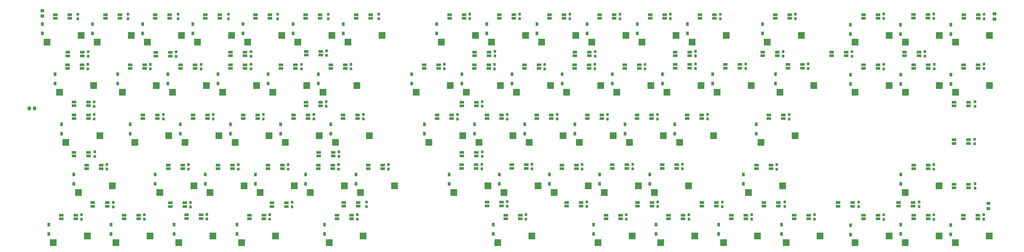
<source format=gbr>
G04 #@! TF.GenerationSoftware,KiCad,Pcbnew,(5.1.9)-1*
G04 #@! TF.CreationDate,2021-02-18T22:07:16-08:00*
G04 #@! TF.ProjectId,kujira,6b756a69-7261-42e6-9b69-6361645f7063,rev?*
G04 #@! TF.SameCoordinates,Original*
G04 #@! TF.FileFunction,Paste,Bot*
G04 #@! TF.FilePolarity,Positive*
%FSLAX46Y46*%
G04 Gerber Fmt 4.6, Leading zero omitted, Abs format (unit mm)*
G04 Created by KiCad (PCBNEW (5.1.9)-1) date 2021-02-18 22:07:16*
%MOMM*%
%LPD*%
G01*
G04 APERTURE LIST*
%ADD10R,1.700000X1.000000*%
%ADD11R,2.550000X2.500000*%
%ADD12R,1.000000X1.400000*%
G04 APERTURE END LIST*
D10*
X68453000Y-111757000D03*
X68453000Y-113157000D03*
X62953000Y-111757000D03*
X62953000Y-113157000D03*
X58928000Y-54610000D03*
X58928000Y-56010000D03*
X53428000Y-54610000D03*
X53428000Y-56010000D03*
G36*
G01*
X70501500Y-112873500D02*
X70976500Y-112873500D01*
G75*
G02*
X71214000Y-113111000I0J-237500D01*
G01*
X71214000Y-113711000D01*
G75*
G02*
X70976500Y-113948500I-237500J0D01*
G01*
X70501500Y-113948500D01*
G75*
G02*
X70264000Y-113711000I0J237500D01*
G01*
X70264000Y-113111000D01*
G75*
G02*
X70501500Y-112873500I237500J0D01*
G01*
G37*
G36*
G01*
X70501500Y-111148500D02*
X70976500Y-111148500D01*
G75*
G02*
X71214000Y-111386000I0J-237500D01*
G01*
X71214000Y-111986000D01*
G75*
G02*
X70976500Y-112223500I-237500J0D01*
G01*
X70501500Y-112223500D01*
G75*
G02*
X70264000Y-111986000I0J237500D01*
G01*
X70264000Y-111386000D01*
G75*
G02*
X70501500Y-111148500I237500J0D01*
G01*
G37*
G36*
G01*
X60976500Y-55596500D02*
X61451500Y-55596500D01*
G75*
G02*
X61689000Y-55834000I0J-237500D01*
G01*
X61689000Y-56434000D01*
G75*
G02*
X61451500Y-56671500I-237500J0D01*
G01*
X60976500Y-56671500D01*
G75*
G02*
X60739000Y-56434000I0J237500D01*
G01*
X60739000Y-55834000D01*
G75*
G02*
X60976500Y-55596500I237500J0D01*
G01*
G37*
G36*
G01*
X60976500Y-53871500D02*
X61451500Y-53871500D01*
G75*
G02*
X61689000Y-54109000I0J-237500D01*
G01*
X61689000Y-54709000D01*
G75*
G02*
X61451500Y-54946500I-237500J0D01*
G01*
X60976500Y-54946500D01*
G75*
G02*
X60739000Y-54709000I0J237500D01*
G01*
X60739000Y-54109000D01*
G75*
G02*
X60976500Y-53871500I237500J0D01*
G01*
G37*
X395623500Y-73613000D03*
X395623500Y-75013000D03*
X390123500Y-73613000D03*
X390123500Y-75013000D03*
G36*
G01*
X397844000Y-74620000D02*
X398319000Y-74620000D01*
G75*
G02*
X398556500Y-74857500I0J-237500D01*
G01*
X398556500Y-75457500D01*
G75*
G02*
X398319000Y-75695000I-237500J0D01*
G01*
X397844000Y-75695000D01*
G75*
G02*
X397606500Y-75457500I0J237500D01*
G01*
X397606500Y-74857500D01*
G75*
G02*
X397844000Y-74620000I237500J0D01*
G01*
G37*
G36*
G01*
X397844000Y-72895000D02*
X398319000Y-72895000D01*
G75*
G02*
X398556500Y-73132500I0J-237500D01*
G01*
X398556500Y-73732500D01*
G75*
G02*
X398319000Y-73970000I-237500J0D01*
G01*
X397844000Y-73970000D01*
G75*
G02*
X397606500Y-73732500I0J237500D01*
G01*
X397606500Y-73132500D01*
G75*
G02*
X397844000Y-72895000I237500J0D01*
G01*
G37*
X374541500Y-111713000D03*
X374541500Y-113113000D03*
X369041500Y-111713000D03*
X369041500Y-113113000D03*
G36*
G01*
X376635000Y-112720000D02*
X377110000Y-112720000D01*
G75*
G02*
X377347500Y-112957500I0J-237500D01*
G01*
X377347500Y-113557500D01*
G75*
G02*
X377110000Y-113795000I-237500J0D01*
G01*
X376635000Y-113795000D01*
G75*
G02*
X376397500Y-113557500I0J237500D01*
G01*
X376397500Y-112957500D01*
G75*
G02*
X376635000Y-112720000I237500J0D01*
G01*
G37*
G36*
G01*
X376635000Y-110995000D02*
X377110000Y-110995000D01*
G75*
G02*
X377347500Y-111232500I0J-237500D01*
G01*
X377347500Y-111832500D01*
G75*
G02*
X377110000Y-112070000I-237500J0D01*
G01*
X376635000Y-112070000D01*
G75*
G02*
X376397500Y-111832500I0J237500D01*
G01*
X376397500Y-111232500D01*
G75*
G02*
X376635000Y-110995000I237500J0D01*
G01*
G37*
X351599500Y-111757000D03*
X351599500Y-113157000D03*
X346099500Y-111757000D03*
X346099500Y-113157000D03*
X395623500Y-104772000D03*
X395623500Y-106172000D03*
X390123500Y-104772000D03*
X390123500Y-106172000D03*
X395623500Y-87884000D03*
X395623500Y-89284000D03*
X390123500Y-87884000D03*
X390123500Y-89284000D03*
G36*
G01*
X353648000Y-112746500D02*
X354123000Y-112746500D01*
G75*
G02*
X354360500Y-112984000I0J-237500D01*
G01*
X354360500Y-113584000D01*
G75*
G02*
X354123000Y-113821500I-237500J0D01*
G01*
X353648000Y-113821500D01*
G75*
G02*
X353410500Y-113584000I0J237500D01*
G01*
X353410500Y-112984000D01*
G75*
G02*
X353648000Y-112746500I237500J0D01*
G01*
G37*
G36*
G01*
X353648000Y-111021500D02*
X354123000Y-111021500D01*
G75*
G02*
X354360500Y-111259000I0J-237500D01*
G01*
X354360500Y-111859000D01*
G75*
G02*
X354123000Y-112096500I-237500J0D01*
G01*
X353648000Y-112096500D01*
G75*
G02*
X353410500Y-111859000I0J237500D01*
G01*
X353410500Y-111259000D01*
G75*
G02*
X353648000Y-111021500I237500J0D01*
G01*
G37*
G36*
G01*
X397844000Y-105761500D02*
X398319000Y-105761500D01*
G75*
G02*
X398556500Y-105999000I0J-237500D01*
G01*
X398556500Y-106599000D01*
G75*
G02*
X398319000Y-106836500I-237500J0D01*
G01*
X397844000Y-106836500D01*
G75*
G02*
X397606500Y-106599000I0J237500D01*
G01*
X397606500Y-105999000D01*
G75*
G02*
X397844000Y-105761500I237500J0D01*
G01*
G37*
G36*
G01*
X397844000Y-104036500D02*
X398319000Y-104036500D01*
G75*
G02*
X398556500Y-104274000I0J-237500D01*
G01*
X398556500Y-104874000D01*
G75*
G02*
X398319000Y-105111500I-237500J0D01*
G01*
X397844000Y-105111500D01*
G75*
G02*
X397606500Y-104874000I0J237500D01*
G01*
X397606500Y-104274000D01*
G75*
G02*
X397844000Y-104036500I237500J0D01*
G01*
G37*
G36*
G01*
X397717000Y-88870500D02*
X398192000Y-88870500D01*
G75*
G02*
X398429500Y-89108000I0J-237500D01*
G01*
X398429500Y-89708000D01*
G75*
G02*
X398192000Y-89945500I-237500J0D01*
G01*
X397717000Y-89945500D01*
G75*
G02*
X397479500Y-89708000I0J237500D01*
G01*
X397479500Y-89108000D01*
G75*
G02*
X397717000Y-88870500I237500J0D01*
G01*
G37*
G36*
G01*
X397717000Y-87145500D02*
X398192000Y-87145500D01*
G75*
G02*
X398429500Y-87383000I0J-237500D01*
G01*
X398429500Y-87983000D01*
G75*
G02*
X398192000Y-88220500I-237500J0D01*
G01*
X397717000Y-88220500D01*
G75*
G02*
X397479500Y-87983000I0J237500D01*
G01*
X397479500Y-87383000D01*
G75*
G02*
X397717000Y-87145500I237500J0D01*
G01*
G37*
X323360500Y-111695000D03*
X323360500Y-113095000D03*
X317860500Y-111695000D03*
X317860500Y-113095000D03*
G36*
G01*
X325581000Y-112693500D02*
X326056000Y-112693500D01*
G75*
G02*
X326293500Y-112931000I0J-237500D01*
G01*
X326293500Y-113531000D01*
G75*
G02*
X326056000Y-113768500I-237500J0D01*
G01*
X325581000Y-113768500D01*
G75*
G02*
X325343500Y-113531000I0J237500D01*
G01*
X325343500Y-112931000D01*
G75*
G02*
X325581000Y-112693500I237500J0D01*
G01*
G37*
G36*
G01*
X325581000Y-110968500D02*
X326056000Y-110968500D01*
G75*
G02*
X326293500Y-111206000I0J-237500D01*
G01*
X326293500Y-111806000D01*
G75*
G02*
X326056000Y-112043500I-237500J0D01*
G01*
X325581000Y-112043500D01*
G75*
G02*
X325343500Y-111806000I0J237500D01*
G01*
X325343500Y-111206000D01*
G75*
G02*
X325581000Y-110968500I237500J0D01*
G01*
G37*
D11*
X139482500Y-105410000D03*
X126555500Y-107950000D03*
X65663750Y-86360000D03*
X52736750Y-88900000D03*
X63282500Y-67310000D03*
X50355500Y-69850000D03*
D10*
X120733000Y-54545000D03*
X120733000Y-55945000D03*
X115233000Y-54545000D03*
X115233000Y-55945000D03*
X136481000Y-111822000D03*
X136481000Y-113222000D03*
X130981000Y-111822000D03*
X130981000Y-113222000D03*
X349142500Y-54545000D03*
X349142500Y-55945000D03*
X343642500Y-54545000D03*
X343642500Y-55945000D03*
X163786000Y-111695000D03*
X163786000Y-113095000D03*
X158286000Y-111695000D03*
X158286000Y-113095000D03*
X208680500Y-92645000D03*
X208680500Y-94045000D03*
X203180500Y-92645000D03*
X203180500Y-94045000D03*
X149562000Y-54291000D03*
X149562000Y-55691000D03*
X144062000Y-54291000D03*
X144062000Y-55691000D03*
X289706500Y-54545000D03*
X289706500Y-55945000D03*
X284206500Y-54545000D03*
X284206500Y-55945000D03*
X251606500Y-54545000D03*
X251606500Y-55945000D03*
X246106500Y-54545000D03*
X246106500Y-55945000D03*
X213506500Y-54545000D03*
X213506500Y-55945000D03*
X208006500Y-54545000D03*
X208006500Y-55945000D03*
X97873000Y-111822000D03*
X97873000Y-113222000D03*
X92373000Y-111822000D03*
X92373000Y-113222000D03*
X299866500Y-111695000D03*
X299866500Y-113095000D03*
X294366500Y-111695000D03*
X294366500Y-113095000D03*
X275355500Y-111695000D03*
X275355500Y-113095000D03*
X269855500Y-111695000D03*
X269855500Y-113095000D03*
X61297000Y-73530000D03*
X61297000Y-74930000D03*
X55797000Y-73530000D03*
X55797000Y-74930000D03*
X208680500Y-73595000D03*
X208680500Y-74995000D03*
X203180500Y-73595000D03*
X203180500Y-74995000D03*
X154261000Y-92645000D03*
X154261000Y-94045000D03*
X148761000Y-92645000D03*
X148761000Y-94045000D03*
X61297000Y-92645000D03*
X61297000Y-94045000D03*
X55797000Y-92645000D03*
X55797000Y-94045000D03*
X248431500Y-111695000D03*
X248431500Y-113095000D03*
X242931500Y-111695000D03*
X242931500Y-113095000D03*
X218205500Y-111568000D03*
X218205500Y-112968000D03*
X212705500Y-111568000D03*
X212705500Y-112968000D03*
X376828500Y-54545000D03*
X376828500Y-55945000D03*
X371328500Y-54545000D03*
X371328500Y-55945000D03*
X149435000Y-73595000D03*
X149435000Y-74995000D03*
X143935000Y-73595000D03*
X143935000Y-74995000D03*
X92412000Y-54672000D03*
X92412000Y-56072000D03*
X86912000Y-54672000D03*
X86912000Y-56072000D03*
X322980500Y-54545000D03*
X322980500Y-55945000D03*
X317480500Y-54545000D03*
X317480500Y-55945000D03*
D12*
X388810500Y-123825000D03*
X388810500Y-120275000D03*
X369887500Y-123698000D03*
X369887500Y-120148000D03*
X350837500Y-123952000D03*
X350837500Y-120402000D03*
X369887500Y-104648000D03*
X369887500Y-101098000D03*
X388937500Y-66675000D03*
X388937500Y-63125000D03*
X369887500Y-66675000D03*
X369887500Y-63125000D03*
X350837500Y-66675000D03*
X350837500Y-63125000D03*
X388937500Y-47752000D03*
X388937500Y-44202000D03*
X369760500Y-47752000D03*
X369760500Y-44202000D03*
X350710500Y-47752000D03*
X350710500Y-44202000D03*
G36*
G01*
X363173000Y-117572500D02*
X363648000Y-117572500D01*
G75*
G02*
X363885500Y-117810000I0J-237500D01*
G01*
X363885500Y-118410000D01*
G75*
G02*
X363648000Y-118647500I-237500J0D01*
G01*
X363173000Y-118647500D01*
G75*
G02*
X362935500Y-118410000I0J237500D01*
G01*
X362935500Y-117810000D01*
G75*
G02*
X363173000Y-117572500I237500J0D01*
G01*
G37*
G36*
G01*
X363173000Y-115847500D02*
X363648000Y-115847500D01*
G75*
G02*
X363885500Y-116085000I0J-237500D01*
G01*
X363885500Y-116685000D01*
G75*
G02*
X363648000Y-116922500I-237500J0D01*
G01*
X363173000Y-116922500D01*
G75*
G02*
X362935500Y-116685000I0J237500D01*
G01*
X362935500Y-116085000D01*
G75*
G02*
X363173000Y-115847500I237500J0D01*
G01*
G37*
G36*
G01*
X382223000Y-98496000D02*
X382698000Y-98496000D01*
G75*
G02*
X382935500Y-98733500I0J-237500D01*
G01*
X382935500Y-99333500D01*
G75*
G02*
X382698000Y-99571000I-237500J0D01*
G01*
X382223000Y-99571000D01*
G75*
G02*
X381985500Y-99333500I0J237500D01*
G01*
X381985500Y-98733500D01*
G75*
G02*
X382223000Y-98496000I237500J0D01*
G01*
G37*
G36*
G01*
X382223000Y-96771000D02*
X382698000Y-96771000D01*
G75*
G02*
X382935500Y-97008500I0J-237500D01*
G01*
X382935500Y-97608500D01*
G75*
G02*
X382698000Y-97846000I-237500J0D01*
G01*
X382223000Y-97846000D01*
G75*
G02*
X381985500Y-97608500I0J237500D01*
G01*
X381985500Y-97008500D01*
G75*
G02*
X382223000Y-96771000I237500J0D01*
G01*
G37*
G36*
G01*
X401273000Y-60295500D02*
X401748000Y-60295500D01*
G75*
G02*
X401985500Y-60533000I0J-237500D01*
G01*
X401985500Y-61133000D01*
G75*
G02*
X401748000Y-61370500I-237500J0D01*
G01*
X401273000Y-61370500D01*
G75*
G02*
X401035500Y-61133000I0J237500D01*
G01*
X401035500Y-60533000D01*
G75*
G02*
X401273000Y-60295500I237500J0D01*
G01*
G37*
G36*
G01*
X401273000Y-58570500D02*
X401748000Y-58570500D01*
G75*
G02*
X401985500Y-58808000I0J-237500D01*
G01*
X401985500Y-59408000D01*
G75*
G02*
X401748000Y-59645500I-237500J0D01*
G01*
X401273000Y-59645500D01*
G75*
G02*
X401035500Y-59408000I0J237500D01*
G01*
X401035500Y-58808000D01*
G75*
G02*
X401273000Y-58570500I237500J0D01*
G01*
G37*
G36*
G01*
X382350000Y-60396000D02*
X382825000Y-60396000D01*
G75*
G02*
X383062500Y-60633500I0J-237500D01*
G01*
X383062500Y-61233500D01*
G75*
G02*
X382825000Y-61471000I-237500J0D01*
G01*
X382350000Y-61471000D01*
G75*
G02*
X382112500Y-61233500I0J237500D01*
G01*
X382112500Y-60633500D01*
G75*
G02*
X382350000Y-60396000I237500J0D01*
G01*
G37*
G36*
G01*
X382350000Y-58671000D02*
X382825000Y-58671000D01*
G75*
G02*
X383062500Y-58908500I0J-237500D01*
G01*
X383062500Y-59508500D01*
G75*
G02*
X382825000Y-59746000I-237500J0D01*
G01*
X382350000Y-59746000D01*
G75*
G02*
X382112500Y-59508500I0J237500D01*
G01*
X382112500Y-58908500D01*
G75*
G02*
X382350000Y-58671000I237500J0D01*
G01*
G37*
G36*
G01*
X363173000Y-60422500D02*
X363648000Y-60422500D01*
G75*
G02*
X363885500Y-60660000I0J-237500D01*
G01*
X363885500Y-61260000D01*
G75*
G02*
X363648000Y-61497500I-237500J0D01*
G01*
X363173000Y-61497500D01*
G75*
G02*
X362935500Y-61260000I0J237500D01*
G01*
X362935500Y-60660000D01*
G75*
G02*
X363173000Y-60422500I237500J0D01*
G01*
G37*
G36*
G01*
X363173000Y-58697500D02*
X363648000Y-58697500D01*
G75*
G02*
X363885500Y-58935000I0J-237500D01*
G01*
X363885500Y-59535000D01*
G75*
G02*
X363648000Y-59772500I-237500J0D01*
G01*
X363173000Y-59772500D01*
G75*
G02*
X362935500Y-59535000I0J237500D01*
G01*
X362935500Y-58935000D01*
G75*
G02*
X363173000Y-58697500I237500J0D01*
G01*
G37*
G36*
G01*
X401273000Y-41372500D02*
X401748000Y-41372500D01*
G75*
G02*
X401985500Y-41610000I0J-237500D01*
G01*
X401985500Y-42210000D01*
G75*
G02*
X401748000Y-42447500I-237500J0D01*
G01*
X401273000Y-42447500D01*
G75*
G02*
X401035500Y-42210000I0J237500D01*
G01*
X401035500Y-41610000D01*
G75*
G02*
X401273000Y-41372500I237500J0D01*
G01*
G37*
G36*
G01*
X401273000Y-39647500D02*
X401748000Y-39647500D01*
G75*
G02*
X401985500Y-39885000I0J-237500D01*
G01*
X401985500Y-40485000D01*
G75*
G02*
X401748000Y-40722500I-237500J0D01*
G01*
X401273000Y-40722500D01*
G75*
G02*
X401035500Y-40485000I0J237500D01*
G01*
X401035500Y-39885000D01*
G75*
G02*
X401273000Y-39647500I237500J0D01*
G01*
G37*
G36*
G01*
X382223000Y-41245500D02*
X382698000Y-41245500D01*
G75*
G02*
X382935500Y-41483000I0J-237500D01*
G01*
X382935500Y-42083000D01*
G75*
G02*
X382698000Y-42320500I-237500J0D01*
G01*
X382223000Y-42320500D01*
G75*
G02*
X381985500Y-42083000I0J237500D01*
G01*
X381985500Y-41483000D01*
G75*
G02*
X382223000Y-41245500I237500J0D01*
G01*
G37*
G36*
G01*
X382223000Y-39520500D02*
X382698000Y-39520500D01*
G75*
G02*
X382935500Y-39758000I0J-237500D01*
G01*
X382935500Y-40358000D01*
G75*
G02*
X382698000Y-40595500I-237500J0D01*
G01*
X382223000Y-40595500D01*
G75*
G02*
X381985500Y-40358000I0J237500D01*
G01*
X381985500Y-39758000D01*
G75*
G02*
X382223000Y-39520500I237500J0D01*
G01*
G37*
G36*
G01*
X363173000Y-41245500D02*
X363648000Y-41245500D01*
G75*
G02*
X363885500Y-41483000I0J-237500D01*
G01*
X363885500Y-42083000D01*
G75*
G02*
X363648000Y-42320500I-237500J0D01*
G01*
X363173000Y-42320500D01*
G75*
G02*
X362935500Y-42083000I0J237500D01*
G01*
X362935500Y-41483000D01*
G75*
G02*
X363173000Y-41245500I237500J0D01*
G01*
G37*
G36*
G01*
X363173000Y-39520500D02*
X363648000Y-39520500D01*
G75*
G02*
X363885500Y-39758000I0J-237500D01*
G01*
X363885500Y-40358000D01*
G75*
G02*
X363648000Y-40595500I-237500J0D01*
G01*
X363173000Y-40595500D01*
G75*
G02*
X362935500Y-40358000I0J237500D01*
G01*
X362935500Y-39758000D01*
G75*
G02*
X363173000Y-39520500I237500J0D01*
G01*
G37*
D10*
X399180500Y-116521000D03*
X399180500Y-117921000D03*
X393680500Y-116521000D03*
X393680500Y-117921000D03*
X380257500Y-116521000D03*
X380257500Y-117921000D03*
X374757500Y-116521000D03*
X374757500Y-117921000D03*
X361207500Y-116521000D03*
X361207500Y-117921000D03*
X355707500Y-116521000D03*
X355707500Y-117921000D03*
X380257500Y-97471000D03*
X380257500Y-98871000D03*
X374757500Y-97471000D03*
X374757500Y-98871000D03*
X399263500Y-59371000D03*
X399263500Y-60771000D03*
X393763500Y-59371000D03*
X393763500Y-60771000D03*
X380257500Y-59371000D03*
X380257500Y-60771000D03*
X374757500Y-59371000D03*
X374757500Y-60771000D03*
X361207500Y-59371000D03*
X361207500Y-60771000D03*
X355707500Y-59371000D03*
X355707500Y-60771000D03*
X399307500Y-40321000D03*
X399307500Y-41721000D03*
X393807500Y-40321000D03*
X393807500Y-41721000D03*
X380174500Y-40256000D03*
X380174500Y-41656000D03*
X374674500Y-40256000D03*
X374674500Y-41656000D03*
X361207500Y-40321000D03*
X361207500Y-41721000D03*
X355707500Y-40321000D03*
X355707500Y-41721000D03*
D11*
X403515500Y-124460000D03*
X390588500Y-127000000D03*
X384465500Y-124460000D03*
X371538500Y-127000000D03*
X365446500Y-124460000D03*
X352519500Y-127000000D03*
X384465500Y-105410000D03*
X371538500Y-107950000D03*
X403579000Y-67310000D03*
X390652000Y-69850000D03*
X384529000Y-67310000D03*
X371602000Y-69850000D03*
X365446500Y-67310000D03*
X352519500Y-69850000D03*
X403579000Y-48260000D03*
X390652000Y-50800000D03*
X384529000Y-48260000D03*
X371602000Y-50800000D03*
X365446500Y-48260000D03*
X352519500Y-50800000D03*
G36*
G01*
X401146000Y-117519500D02*
X401621000Y-117519500D01*
G75*
G02*
X401858500Y-117757000I0J-237500D01*
G01*
X401858500Y-118357000D01*
G75*
G02*
X401621000Y-118594500I-237500J0D01*
G01*
X401146000Y-118594500D01*
G75*
G02*
X400908500Y-118357000I0J237500D01*
G01*
X400908500Y-117757000D01*
G75*
G02*
X401146000Y-117519500I237500J0D01*
G01*
G37*
G36*
G01*
X401146000Y-115794500D02*
X401621000Y-115794500D01*
G75*
G02*
X401858500Y-116032000I0J-237500D01*
G01*
X401858500Y-116632000D01*
G75*
G02*
X401621000Y-116869500I-237500J0D01*
G01*
X401146000Y-116869500D01*
G75*
G02*
X400908500Y-116632000I0J237500D01*
G01*
X400908500Y-116032000D01*
G75*
G02*
X401146000Y-115794500I237500J0D01*
G01*
G37*
G36*
G01*
X382223000Y-117572500D02*
X382698000Y-117572500D01*
G75*
G02*
X382935500Y-117810000I0J-237500D01*
G01*
X382935500Y-118410000D01*
G75*
G02*
X382698000Y-118647500I-237500J0D01*
G01*
X382223000Y-118647500D01*
G75*
G02*
X381985500Y-118410000I0J237500D01*
G01*
X381985500Y-117810000D01*
G75*
G02*
X382223000Y-117572500I237500J0D01*
G01*
G37*
G36*
G01*
X382223000Y-115847500D02*
X382698000Y-115847500D01*
G75*
G02*
X382935500Y-116085000I0J-237500D01*
G01*
X382935500Y-116685000D01*
G75*
G02*
X382698000Y-116922500I-237500J0D01*
G01*
X382223000Y-116922500D01*
G75*
G02*
X381985500Y-116685000I0J237500D01*
G01*
X381985500Y-116085000D01*
G75*
G02*
X382223000Y-115847500I237500J0D01*
G01*
G37*
X129957500Y-86360000D03*
X117030500Y-88900000D03*
X70426250Y-105410000D03*
X57499250Y-107950000D03*
X58520000Y-48260000D03*
X45593000Y-50800000D03*
X291628500Y-124460000D03*
X278701500Y-127000000D03*
X279722250Y-86360000D03*
X266795250Y-88900000D03*
X208284750Y-48260000D03*
X195357750Y-50800000D03*
X332109750Y-48260000D03*
X319182750Y-50800000D03*
G36*
G01*
X40262000Y-76396001D02*
X40262000Y-75495999D01*
G75*
G02*
X40511999Y-75246000I249999J0D01*
G01*
X41212001Y-75246000D01*
G75*
G02*
X41462000Y-75495999I0J-249999D01*
G01*
X41462000Y-76396001D01*
G75*
G02*
X41212001Y-76646000I-249999J0D01*
G01*
X40511999Y-76646000D01*
G75*
G02*
X40262000Y-76396001I0J249999D01*
G01*
G37*
G36*
G01*
X38262000Y-76396001D02*
X38262000Y-75495999D01*
G75*
G02*
X38511999Y-75246000I249999J0D01*
G01*
X39212001Y-75246000D01*
G75*
G02*
X39462000Y-75495999I0J-249999D01*
G01*
X39462000Y-76396001D01*
G75*
G02*
X39212001Y-76646000I-249999J0D01*
G01*
X38511999Y-76646000D01*
G75*
G02*
X38262000Y-76396001I0J249999D01*
G01*
G37*
G36*
G01*
X215472000Y-55469500D02*
X215947000Y-55469500D01*
G75*
G02*
X216184500Y-55707000I0J-237500D01*
G01*
X216184500Y-56307000D01*
G75*
G02*
X215947000Y-56544500I-237500J0D01*
G01*
X215472000Y-56544500D01*
G75*
G02*
X215234500Y-56307000I0J237500D01*
G01*
X215234500Y-55707000D01*
G75*
G02*
X215472000Y-55469500I237500J0D01*
G01*
G37*
G36*
G01*
X215472000Y-53744500D02*
X215947000Y-53744500D01*
G75*
G02*
X216184500Y-53982000I0J-237500D01*
G01*
X216184500Y-54582000D01*
G75*
G02*
X215947000Y-54819500I-237500J0D01*
G01*
X215472000Y-54819500D01*
G75*
G02*
X215234500Y-54582000I0J237500D01*
G01*
X215234500Y-53982000D01*
G75*
G02*
X215472000Y-53744500I237500J0D01*
G01*
G37*
G36*
G01*
X137397500Y-97846000D02*
X136922500Y-97846000D01*
G75*
G02*
X136685000Y-97608500I0J237500D01*
G01*
X136685000Y-97008500D01*
G75*
G02*
X136922500Y-96771000I237500J0D01*
G01*
X137397500Y-96771000D01*
G75*
G02*
X137635000Y-97008500I0J-237500D01*
G01*
X137635000Y-97608500D01*
G75*
G02*
X137397500Y-97846000I-237500J0D01*
G01*
G37*
G36*
G01*
X137397500Y-99571000D02*
X136922500Y-99571000D01*
G75*
G02*
X136685000Y-99333500I0J237500D01*
G01*
X136685000Y-98733500D01*
G75*
G02*
X136922500Y-98496000I237500J0D01*
G01*
X137397500Y-98496000D01*
G75*
G02*
X137635000Y-98733500I0J-237500D01*
G01*
X137635000Y-99333500D01*
G75*
G02*
X137397500Y-99571000I-237500J0D01*
G01*
G37*
G36*
G01*
X127999500Y-78796000D02*
X127524500Y-78796000D01*
G75*
G02*
X127287000Y-78558500I0J237500D01*
G01*
X127287000Y-77958500D01*
G75*
G02*
X127524500Y-77721000I237500J0D01*
G01*
X127999500Y-77721000D01*
G75*
G02*
X128237000Y-77958500I0J-237500D01*
G01*
X128237000Y-78558500D01*
G75*
G02*
X127999500Y-78796000I-237500J0D01*
G01*
G37*
G36*
G01*
X127999500Y-80521000D02*
X127524500Y-80521000D01*
G75*
G02*
X127287000Y-80283500I0J237500D01*
G01*
X127287000Y-79683500D01*
G75*
G02*
X127524500Y-79446000I237500J0D01*
G01*
X127999500Y-79446000D01*
G75*
G02*
X128237000Y-79683500I0J-237500D01*
G01*
X128237000Y-80283500D01*
G75*
G02*
X127999500Y-80521000I-237500J0D01*
G01*
G37*
G36*
G01*
X310722000Y-60295500D02*
X311197000Y-60295500D01*
G75*
G02*
X311434500Y-60533000I0J-237500D01*
G01*
X311434500Y-61133000D01*
G75*
G02*
X311197000Y-61370500I-237500J0D01*
G01*
X310722000Y-61370500D01*
G75*
G02*
X310484500Y-61133000I0J237500D01*
G01*
X310484500Y-60533000D01*
G75*
G02*
X310722000Y-60295500I237500J0D01*
G01*
G37*
G36*
G01*
X310722000Y-58570500D02*
X311197000Y-58570500D01*
G75*
G02*
X311434500Y-58808000I0J-237500D01*
G01*
X311434500Y-59408000D01*
G75*
G02*
X311197000Y-59645500I-237500J0D01*
G01*
X310722000Y-59645500D01*
G75*
G02*
X310484500Y-59408000I0J237500D01*
G01*
X310484500Y-58808000D01*
G75*
G02*
X310722000Y-58570500I237500J0D01*
G01*
G37*
G36*
G01*
X106536500Y-116795500D02*
X106061500Y-116795500D01*
G75*
G02*
X105824000Y-116558000I0J237500D01*
G01*
X105824000Y-115958000D01*
G75*
G02*
X106061500Y-115720500I237500J0D01*
G01*
X106536500Y-115720500D01*
G75*
G02*
X106774000Y-115958000I0J-237500D01*
G01*
X106774000Y-116558000D01*
G75*
G02*
X106536500Y-116795500I-237500J0D01*
G01*
G37*
G36*
G01*
X106536500Y-118520500D02*
X106061500Y-118520500D01*
G75*
G02*
X105824000Y-118283000I0J237500D01*
G01*
X105824000Y-117683000D01*
G75*
G02*
X106061500Y-117445500I237500J0D01*
G01*
X106536500Y-117445500D01*
G75*
G02*
X106774000Y-117683000I0J-237500D01*
G01*
X106774000Y-118283000D01*
G75*
G02*
X106536500Y-118520500I-237500J0D01*
G01*
G37*
G36*
G01*
X163211500Y-117519500D02*
X163686500Y-117519500D01*
G75*
G02*
X163924000Y-117757000I0J-237500D01*
G01*
X163924000Y-118357000D01*
G75*
G02*
X163686500Y-118594500I-237500J0D01*
G01*
X163211500Y-118594500D01*
G75*
G02*
X162974000Y-118357000I0J237500D01*
G01*
X162974000Y-117757000D01*
G75*
G02*
X163211500Y-117519500I237500J0D01*
G01*
G37*
G36*
G01*
X163211500Y-115794500D02*
X163686500Y-115794500D01*
G75*
G02*
X163924000Y-116032000I0J-237500D01*
G01*
X163924000Y-116632000D01*
G75*
G02*
X163686500Y-116869500I-237500J0D01*
G01*
X163211500Y-116869500D01*
G75*
G02*
X162974000Y-116632000I0J237500D01*
G01*
X162974000Y-116032000D01*
G75*
G02*
X163211500Y-115794500I237500J0D01*
G01*
G37*
G36*
G01*
X130412500Y-116869500D02*
X129937500Y-116869500D01*
G75*
G02*
X129700000Y-116632000I0J237500D01*
G01*
X129700000Y-116032000D01*
G75*
G02*
X129937500Y-115794500I237500J0D01*
G01*
X130412500Y-115794500D01*
G75*
G02*
X130650000Y-116032000I0J-237500D01*
G01*
X130650000Y-116632000D01*
G75*
G02*
X130412500Y-116869500I-237500J0D01*
G01*
G37*
G36*
G01*
X130412500Y-118594500D02*
X129937500Y-118594500D01*
G75*
G02*
X129700000Y-118357000I0J237500D01*
G01*
X129700000Y-117757000D01*
G75*
G02*
X129937500Y-117519500I237500J0D01*
G01*
X130412500Y-117519500D01*
G75*
G02*
X130650000Y-117757000I0J-237500D01*
G01*
X130650000Y-118357000D01*
G75*
G02*
X130412500Y-118594500I-237500J0D01*
G01*
G37*
G36*
G01*
X82787500Y-116869500D02*
X82312500Y-116869500D01*
G75*
G02*
X82075000Y-116632000I0J237500D01*
G01*
X82075000Y-116032000D01*
G75*
G02*
X82312500Y-115794500I237500J0D01*
G01*
X82787500Y-115794500D01*
G75*
G02*
X83025000Y-116032000I0J-237500D01*
G01*
X83025000Y-116632000D01*
G75*
G02*
X82787500Y-116869500I-237500J0D01*
G01*
G37*
G36*
G01*
X82787500Y-118594500D02*
X82312500Y-118594500D01*
G75*
G02*
X82075000Y-118357000I0J237500D01*
G01*
X82075000Y-117757000D01*
G75*
G02*
X82312500Y-117519500I237500J0D01*
G01*
X82787500Y-117519500D01*
G75*
G02*
X83025000Y-117757000I0J-237500D01*
G01*
X83025000Y-118357000D01*
G75*
G02*
X82787500Y-118594500I-237500J0D01*
G01*
G37*
G36*
G01*
X227283000Y-117519500D02*
X227758000Y-117519500D01*
G75*
G02*
X227995500Y-117757000I0J-237500D01*
G01*
X227995500Y-118357000D01*
G75*
G02*
X227758000Y-118594500I-237500J0D01*
G01*
X227283000Y-118594500D01*
G75*
G02*
X227045500Y-118357000I0J237500D01*
G01*
X227045500Y-117757000D01*
G75*
G02*
X227283000Y-117519500I237500J0D01*
G01*
G37*
G36*
G01*
X227283000Y-115794500D02*
X227758000Y-115794500D01*
G75*
G02*
X227995500Y-116032000I0J-237500D01*
G01*
X227995500Y-116632000D01*
G75*
G02*
X227758000Y-116869500I-237500J0D01*
G01*
X227283000Y-116869500D01*
G75*
G02*
X227045500Y-116632000I0J237500D01*
G01*
X227045500Y-116032000D01*
G75*
G02*
X227283000Y-115794500I237500J0D01*
G01*
G37*
G36*
G01*
X118474500Y-97846000D02*
X117999500Y-97846000D01*
G75*
G02*
X117762000Y-97608500I0J237500D01*
G01*
X117762000Y-97008500D01*
G75*
G02*
X117999500Y-96771000I237500J0D01*
G01*
X118474500Y-96771000D01*
G75*
G02*
X118712000Y-97008500I0J-237500D01*
G01*
X118712000Y-97608500D01*
G75*
G02*
X118474500Y-97846000I-237500J0D01*
G01*
G37*
G36*
G01*
X118474500Y-99571000D02*
X117999500Y-99571000D01*
G75*
G02*
X117762000Y-99333500I0J237500D01*
G01*
X117762000Y-98733500D01*
G75*
G02*
X117999500Y-98496000I237500J0D01*
G01*
X118474500Y-98496000D01*
G75*
G02*
X118712000Y-98733500I0J-237500D01*
G01*
X118712000Y-99333500D01*
G75*
G02*
X118474500Y-99571000I-237500J0D01*
G01*
G37*
G36*
G01*
X156574500Y-97846000D02*
X156099500Y-97846000D01*
G75*
G02*
X155862000Y-97608500I0J237500D01*
G01*
X155862000Y-97008500D01*
G75*
G02*
X156099500Y-96771000I237500J0D01*
G01*
X156574500Y-96771000D01*
G75*
G02*
X156812000Y-97008500I0J-237500D01*
G01*
X156812000Y-97608500D01*
G75*
G02*
X156574500Y-97846000I-237500J0D01*
G01*
G37*
G36*
G01*
X156574500Y-99571000D02*
X156099500Y-99571000D01*
G75*
G02*
X155862000Y-99333500I0J237500D01*
G01*
X155862000Y-98733500D01*
G75*
G02*
X156099500Y-98496000I237500J0D01*
G01*
X156574500Y-98496000D01*
G75*
G02*
X156812000Y-98733500I0J-237500D01*
G01*
X156812000Y-99333500D01*
G75*
G02*
X156574500Y-99571000I-237500J0D01*
G01*
G37*
G36*
G01*
X287194000Y-97719000D02*
X286719000Y-97719000D01*
G75*
G02*
X286481500Y-97481500I0J237500D01*
G01*
X286481500Y-96881500D01*
G75*
G02*
X286719000Y-96644000I237500J0D01*
G01*
X287194000Y-96644000D01*
G75*
G02*
X287431500Y-96881500I0J-237500D01*
G01*
X287431500Y-97481500D01*
G75*
G02*
X287194000Y-97719000I-237500J0D01*
G01*
G37*
G36*
G01*
X287194000Y-99444000D02*
X286719000Y-99444000D01*
G75*
G02*
X286481500Y-99206500I0J237500D01*
G01*
X286481500Y-98606500D01*
G75*
G02*
X286719000Y-98369000I237500J0D01*
G01*
X287194000Y-98369000D01*
G75*
G02*
X287431500Y-98606500I0J-237500D01*
G01*
X287431500Y-99206500D01*
G75*
G02*
X287194000Y-99444000I-237500J0D01*
G01*
G37*
G36*
G01*
X248619000Y-98469500D02*
X249094000Y-98469500D01*
G75*
G02*
X249331500Y-98707000I0J-237500D01*
G01*
X249331500Y-99307000D01*
G75*
G02*
X249094000Y-99544500I-237500J0D01*
G01*
X248619000Y-99544500D01*
G75*
G02*
X248381500Y-99307000I0J237500D01*
G01*
X248381500Y-98707000D01*
G75*
G02*
X248619000Y-98469500I237500J0D01*
G01*
G37*
G36*
G01*
X248619000Y-96744500D02*
X249094000Y-96744500D01*
G75*
G02*
X249331500Y-96982000I0J-237500D01*
G01*
X249331500Y-97582000D01*
G75*
G02*
X249094000Y-97819500I-237500J0D01*
G01*
X248619000Y-97819500D01*
G75*
G02*
X248381500Y-97582000I0J237500D01*
G01*
X248381500Y-96982000D01*
G75*
G02*
X248619000Y-96744500I237500J0D01*
G01*
G37*
G36*
G01*
X210519000Y-98395500D02*
X210994000Y-98395500D01*
G75*
G02*
X211231500Y-98633000I0J-237500D01*
G01*
X211231500Y-99233000D01*
G75*
G02*
X210994000Y-99470500I-237500J0D01*
G01*
X210519000Y-99470500D01*
G75*
G02*
X210281500Y-99233000I0J237500D01*
G01*
X210281500Y-98633000D01*
G75*
G02*
X210519000Y-98395500I237500J0D01*
G01*
G37*
G36*
G01*
X210519000Y-96670500D02*
X210994000Y-96670500D01*
G75*
G02*
X211231500Y-96908000I0J-237500D01*
G01*
X211231500Y-97508000D01*
G75*
G02*
X210994000Y-97745500I-237500J0D01*
G01*
X210519000Y-97745500D01*
G75*
G02*
X210281500Y-97508000I0J237500D01*
G01*
X210281500Y-96908000D01*
G75*
G02*
X210519000Y-96670500I237500J0D01*
G01*
G37*
G36*
G01*
X147176500Y-78769500D02*
X146701500Y-78769500D01*
G75*
G02*
X146464000Y-78532000I0J237500D01*
G01*
X146464000Y-77932000D01*
G75*
G02*
X146701500Y-77694500I237500J0D01*
G01*
X147176500Y-77694500D01*
G75*
G02*
X147414000Y-77932000I0J-237500D01*
G01*
X147414000Y-78532000D01*
G75*
G02*
X147176500Y-78769500I-237500J0D01*
G01*
G37*
G36*
G01*
X147176500Y-80494500D02*
X146701500Y-80494500D01*
G75*
G02*
X146464000Y-80257000I0J237500D01*
G01*
X146464000Y-79657000D01*
G75*
G02*
X146701500Y-79419500I237500J0D01*
G01*
X147176500Y-79419500D01*
G75*
G02*
X147414000Y-79657000I0J-237500D01*
G01*
X147414000Y-80257000D01*
G75*
G02*
X147176500Y-80494500I-237500J0D01*
G01*
G37*
G36*
G01*
X108949500Y-78796000D02*
X108474500Y-78796000D01*
G75*
G02*
X108237000Y-78558500I0J237500D01*
G01*
X108237000Y-77958500D01*
G75*
G02*
X108474500Y-77721000I237500J0D01*
G01*
X108949500Y-77721000D01*
G75*
G02*
X109187000Y-77958500I0J-237500D01*
G01*
X109187000Y-78558500D01*
G75*
G02*
X108949500Y-78796000I-237500J0D01*
G01*
G37*
G36*
G01*
X108949500Y-80521000D02*
X108474500Y-80521000D01*
G75*
G02*
X108237000Y-80283500I0J237500D01*
G01*
X108237000Y-79683500D01*
G75*
G02*
X108474500Y-79446000I237500J0D01*
G01*
X108949500Y-79446000D01*
G75*
G02*
X109187000Y-79683500I0J-237500D01*
G01*
X109187000Y-80283500D01*
G75*
G02*
X108949500Y-80521000I-237500J0D01*
G01*
G37*
G36*
G01*
X63737500Y-78796000D02*
X63262500Y-78796000D01*
G75*
G02*
X63025000Y-78558500I0J237500D01*
G01*
X63025000Y-77958500D01*
G75*
G02*
X63262500Y-77721000I237500J0D01*
G01*
X63737500Y-77721000D01*
G75*
G02*
X63975000Y-77958500I0J-237500D01*
G01*
X63975000Y-78558500D01*
G75*
G02*
X63737500Y-78796000I-237500J0D01*
G01*
G37*
G36*
G01*
X63737500Y-80521000D02*
X63262500Y-80521000D01*
G75*
G02*
X63025000Y-80283500I0J237500D01*
G01*
X63025000Y-79683500D01*
G75*
G02*
X63262500Y-79446000I237500J0D01*
G01*
X63737500Y-79446000D01*
G75*
G02*
X63975000Y-79683500I0J-237500D01*
G01*
X63975000Y-80283500D01*
G75*
G02*
X63737500Y-80521000I-237500J0D01*
G01*
G37*
G36*
G01*
X277669000Y-78822500D02*
X277194000Y-78822500D01*
G75*
G02*
X276956500Y-78585000I0J237500D01*
G01*
X276956500Y-77985000D01*
G75*
G02*
X277194000Y-77747500I237500J0D01*
G01*
X277669000Y-77747500D01*
G75*
G02*
X277906500Y-77985000I0J-237500D01*
G01*
X277906500Y-78585000D01*
G75*
G02*
X277669000Y-78822500I-237500J0D01*
G01*
G37*
G36*
G01*
X277669000Y-80547500D02*
X277194000Y-80547500D01*
G75*
G02*
X276956500Y-80310000I0J237500D01*
G01*
X276956500Y-79710000D01*
G75*
G02*
X277194000Y-79472500I237500J0D01*
G01*
X277669000Y-79472500D01*
G75*
G02*
X277906500Y-79710000I0J-237500D01*
G01*
X277906500Y-80310000D01*
G75*
G02*
X277669000Y-80547500I-237500J0D01*
G01*
G37*
G36*
G01*
X258746000Y-78822500D02*
X258271000Y-78822500D01*
G75*
G02*
X258033500Y-78585000I0J237500D01*
G01*
X258033500Y-77985000D01*
G75*
G02*
X258271000Y-77747500I237500J0D01*
G01*
X258746000Y-77747500D01*
G75*
G02*
X258983500Y-77985000I0J-237500D01*
G01*
X258983500Y-78585000D01*
G75*
G02*
X258746000Y-78822500I-237500J0D01*
G01*
G37*
G36*
G01*
X258746000Y-80547500D02*
X258271000Y-80547500D01*
G75*
G02*
X258033500Y-80310000I0J237500D01*
G01*
X258033500Y-79710000D01*
G75*
G02*
X258271000Y-79472500I237500J0D01*
G01*
X258746000Y-79472500D01*
G75*
G02*
X258983500Y-79710000I0J-237500D01*
G01*
X258983500Y-80310000D01*
G75*
G02*
X258746000Y-80547500I-237500J0D01*
G01*
G37*
G36*
G01*
X239094000Y-79419500D02*
X239569000Y-79419500D01*
G75*
G02*
X239806500Y-79657000I0J-237500D01*
G01*
X239806500Y-80257000D01*
G75*
G02*
X239569000Y-80494500I-237500J0D01*
G01*
X239094000Y-80494500D01*
G75*
G02*
X238856500Y-80257000I0J237500D01*
G01*
X238856500Y-79657000D01*
G75*
G02*
X239094000Y-79419500I237500J0D01*
G01*
G37*
G36*
G01*
X239094000Y-77694500D02*
X239569000Y-77694500D01*
G75*
G02*
X239806500Y-77932000I0J-237500D01*
G01*
X239806500Y-78532000D01*
G75*
G02*
X239569000Y-78769500I-237500J0D01*
G01*
X239094000Y-78769500D01*
G75*
G02*
X238856500Y-78532000I0J237500D01*
G01*
X238856500Y-77932000D01*
G75*
G02*
X239094000Y-77694500I237500J0D01*
G01*
G37*
G36*
G01*
X201248000Y-79472500D02*
X201723000Y-79472500D01*
G75*
G02*
X201960500Y-79710000I0J-237500D01*
G01*
X201960500Y-80310000D01*
G75*
G02*
X201723000Y-80547500I-237500J0D01*
G01*
X201248000Y-80547500D01*
G75*
G02*
X201010500Y-80310000I0J237500D01*
G01*
X201010500Y-79710000D01*
G75*
G02*
X201248000Y-79472500I237500J0D01*
G01*
G37*
G36*
G01*
X201248000Y-77747500D02*
X201723000Y-77747500D01*
G75*
G02*
X201960500Y-77985000I0J-237500D01*
G01*
X201960500Y-78585000D01*
G75*
G02*
X201723000Y-78822500I-237500J0D01*
G01*
X201248000Y-78822500D01*
G75*
G02*
X201010500Y-78585000I0J237500D01*
G01*
X201010500Y-77985000D01*
G75*
G02*
X201248000Y-77747500I237500J0D01*
G01*
G37*
G36*
G01*
X142002500Y-60422500D02*
X142477500Y-60422500D01*
G75*
G02*
X142715000Y-60660000I0J-237500D01*
G01*
X142715000Y-61260000D01*
G75*
G02*
X142477500Y-61497500I-237500J0D01*
G01*
X142002500Y-61497500D01*
G75*
G02*
X141765000Y-61260000I0J237500D01*
G01*
X141765000Y-60660000D01*
G75*
G02*
X142002500Y-60422500I237500J0D01*
G01*
G37*
G36*
G01*
X142002500Y-58697500D02*
X142477500Y-58697500D01*
G75*
G02*
X142715000Y-58935000I0J-237500D01*
G01*
X142715000Y-59535000D01*
G75*
G02*
X142477500Y-59772500I-237500J0D01*
G01*
X142002500Y-59772500D01*
G75*
G02*
X141765000Y-59535000I0J237500D01*
G01*
X141765000Y-58935000D01*
G75*
G02*
X142002500Y-58697500I237500J0D01*
G01*
G37*
G36*
G01*
X160798500Y-60396000D02*
X161273500Y-60396000D01*
G75*
G02*
X161511000Y-60633500I0J-237500D01*
G01*
X161511000Y-61233500D01*
G75*
G02*
X161273500Y-61471000I-237500J0D01*
G01*
X160798500Y-61471000D01*
G75*
G02*
X160561000Y-61233500I0J237500D01*
G01*
X160561000Y-60633500D01*
G75*
G02*
X160798500Y-60396000I237500J0D01*
G01*
G37*
G36*
G01*
X160798500Y-58671000D02*
X161273500Y-58671000D01*
G75*
G02*
X161511000Y-58908500I0J-237500D01*
G01*
X161511000Y-59508500D01*
G75*
G02*
X161273500Y-59746000I-237500J0D01*
G01*
X160798500Y-59746000D01*
G75*
G02*
X160561000Y-59508500I0J237500D01*
G01*
X160561000Y-58908500D01*
G75*
G02*
X160798500Y-58671000I237500J0D01*
G01*
G37*
G36*
G01*
X292147000Y-59619000D02*
X291672000Y-59619000D01*
G75*
G02*
X291434500Y-59381500I0J237500D01*
G01*
X291434500Y-58781500D01*
G75*
G02*
X291672000Y-58544000I237500J0D01*
G01*
X292147000Y-58544000D01*
G75*
G02*
X292384500Y-58781500I0J-237500D01*
G01*
X292384500Y-59381500D01*
G75*
G02*
X292147000Y-59619000I-237500J0D01*
G01*
G37*
G36*
G01*
X292147000Y-61344000D02*
X291672000Y-61344000D01*
G75*
G02*
X291434500Y-61106500I0J237500D01*
G01*
X291434500Y-60506500D01*
G75*
G02*
X291672000Y-60269000I237500J0D01*
G01*
X292147000Y-60269000D01*
G75*
G02*
X292384500Y-60506500I0J-237500D01*
G01*
X292384500Y-61106500D01*
G75*
G02*
X292147000Y-61344000I-237500J0D01*
G01*
G37*
G36*
G01*
X272495000Y-60422500D02*
X272970000Y-60422500D01*
G75*
G02*
X273207500Y-60660000I0J-237500D01*
G01*
X273207500Y-61260000D01*
G75*
G02*
X272970000Y-61497500I-237500J0D01*
G01*
X272495000Y-61497500D01*
G75*
G02*
X272257500Y-61260000I0J237500D01*
G01*
X272257500Y-60660000D01*
G75*
G02*
X272495000Y-60422500I237500J0D01*
G01*
G37*
G36*
G01*
X272495000Y-58697500D02*
X272970000Y-58697500D01*
G75*
G02*
X273207500Y-58935000I0J-237500D01*
G01*
X273207500Y-59535000D01*
G75*
G02*
X272970000Y-59772500I-237500J0D01*
G01*
X272495000Y-59772500D01*
G75*
G02*
X272257500Y-59535000I0J237500D01*
G01*
X272257500Y-58935000D01*
G75*
G02*
X272495000Y-58697500I237500J0D01*
G01*
G37*
G36*
G01*
X215820000Y-59772500D02*
X215345000Y-59772500D01*
G75*
G02*
X215107500Y-59535000I0J237500D01*
G01*
X215107500Y-58935000D01*
G75*
G02*
X215345000Y-58697500I237500J0D01*
G01*
X215820000Y-58697500D01*
G75*
G02*
X216057500Y-58935000I0J-237500D01*
G01*
X216057500Y-59535000D01*
G75*
G02*
X215820000Y-59772500I-237500J0D01*
G01*
G37*
G36*
G01*
X215820000Y-61497500D02*
X215345000Y-61497500D01*
G75*
G02*
X215107500Y-61260000I0J237500D01*
G01*
X215107500Y-60660000D01*
G75*
G02*
X215345000Y-60422500I237500J0D01*
G01*
X215820000Y-60422500D01*
G75*
G02*
X216057500Y-60660000I0J-237500D01*
G01*
X216057500Y-61260000D01*
G75*
G02*
X215820000Y-61497500I-237500J0D01*
G01*
G37*
G36*
G01*
X95614500Y-40696000D02*
X95139500Y-40696000D01*
G75*
G02*
X94902000Y-40458500I0J237500D01*
G01*
X94902000Y-39858500D01*
G75*
G02*
X95139500Y-39621000I237500J0D01*
G01*
X95614500Y-39621000D01*
G75*
G02*
X95852000Y-39858500I0J-237500D01*
G01*
X95852000Y-40458500D01*
G75*
G02*
X95614500Y-40696000I-237500J0D01*
G01*
G37*
G36*
G01*
X95614500Y-42421000D02*
X95139500Y-42421000D01*
G75*
G02*
X94902000Y-42183500I0J237500D01*
G01*
X94902000Y-41583500D01*
G75*
G02*
X95139500Y-41346000I237500J0D01*
G01*
X95614500Y-41346000D01*
G75*
G02*
X95852000Y-41583500I0J-237500D01*
G01*
X95852000Y-42183500D01*
G75*
G02*
X95614500Y-42421000I-237500J0D01*
G01*
G37*
G36*
G01*
X114728000Y-40722500D02*
X114253000Y-40722500D01*
G75*
G02*
X114015500Y-40485000I0J237500D01*
G01*
X114015500Y-39885000D01*
G75*
G02*
X114253000Y-39647500I237500J0D01*
G01*
X114728000Y-39647500D01*
G75*
G02*
X114965500Y-39885000I0J-237500D01*
G01*
X114965500Y-40485000D01*
G75*
G02*
X114728000Y-40722500I-237500J0D01*
G01*
G37*
G36*
G01*
X114728000Y-42447500D02*
X114253000Y-42447500D01*
G75*
G02*
X114015500Y-42210000I0J237500D01*
G01*
X114015500Y-41610000D01*
G75*
G02*
X114253000Y-41372500I237500J0D01*
G01*
X114728000Y-41372500D01*
G75*
G02*
X114965500Y-41610000I0J-237500D01*
G01*
X114965500Y-42210000D01*
G75*
G02*
X114728000Y-42447500I-237500J0D01*
G01*
G37*
G36*
G01*
X225345000Y-40696000D02*
X224870000Y-40696000D01*
G75*
G02*
X224632500Y-40458500I0J237500D01*
G01*
X224632500Y-39858500D01*
G75*
G02*
X224870000Y-39621000I237500J0D01*
G01*
X225345000Y-39621000D01*
G75*
G02*
X225582500Y-39858500I0J-237500D01*
G01*
X225582500Y-40458500D01*
G75*
G02*
X225345000Y-40696000I-237500J0D01*
G01*
G37*
G36*
G01*
X225345000Y-42421000D02*
X224870000Y-42421000D01*
G75*
G02*
X224632500Y-42183500I0J237500D01*
G01*
X224632500Y-41583500D01*
G75*
G02*
X224870000Y-41346000I237500J0D01*
G01*
X225345000Y-41346000D01*
G75*
G02*
X225582500Y-41583500I0J-237500D01*
G01*
X225582500Y-42183500D01*
G75*
G02*
X225345000Y-42421000I-237500J0D01*
G01*
G37*
G36*
G01*
X206422000Y-40669500D02*
X205947000Y-40669500D01*
G75*
G02*
X205709500Y-40432000I0J237500D01*
G01*
X205709500Y-39832000D01*
G75*
G02*
X205947000Y-39594500I237500J0D01*
G01*
X206422000Y-39594500D01*
G75*
G02*
X206659500Y-39832000I0J-237500D01*
G01*
X206659500Y-40432000D01*
G75*
G02*
X206422000Y-40669500I-237500J0D01*
G01*
G37*
G36*
G01*
X206422000Y-42394500D02*
X205947000Y-42394500D01*
G75*
G02*
X205709500Y-42157000I0J237500D01*
G01*
X205709500Y-41557000D01*
G75*
G02*
X205947000Y-41319500I237500J0D01*
G01*
X206422000Y-41319500D01*
G75*
G02*
X206659500Y-41557000I0J-237500D01*
G01*
X206659500Y-42157000D01*
G75*
G02*
X206422000Y-42394500I-237500J0D01*
G01*
G37*
G36*
G01*
X138446500Y-112820500D02*
X138921500Y-112820500D01*
G75*
G02*
X139159000Y-113058000I0J-237500D01*
G01*
X139159000Y-113658000D01*
G75*
G02*
X138921500Y-113895500I-237500J0D01*
G01*
X138446500Y-113895500D01*
G75*
G02*
X138209000Y-113658000I0J237500D01*
G01*
X138209000Y-113058000D01*
G75*
G02*
X138446500Y-112820500I237500J0D01*
G01*
G37*
G36*
G01*
X138446500Y-111095500D02*
X138921500Y-111095500D01*
G75*
G02*
X139159000Y-111333000I0J-237500D01*
G01*
X139159000Y-111933000D01*
G75*
G02*
X138921500Y-112170500I-237500J0D01*
G01*
X138446500Y-112170500D01*
G75*
G02*
X138209000Y-111933000I0J237500D01*
G01*
X138209000Y-111333000D01*
G75*
G02*
X138446500Y-111095500I237500J0D01*
G01*
G37*
G36*
G01*
X166704000Y-112746500D02*
X167179000Y-112746500D01*
G75*
G02*
X167416500Y-112984000I0J-237500D01*
G01*
X167416500Y-113584000D01*
G75*
G02*
X167179000Y-113821500I-237500J0D01*
G01*
X166704000Y-113821500D01*
G75*
G02*
X166466500Y-113584000I0J237500D01*
G01*
X166466500Y-112984000D01*
G75*
G02*
X166704000Y-112746500I237500J0D01*
G01*
G37*
G36*
G01*
X166704000Y-111021500D02*
X167179000Y-111021500D01*
G75*
G02*
X167416500Y-111259000I0J-237500D01*
G01*
X167416500Y-111859000D01*
G75*
G02*
X167179000Y-112096500I-237500J0D01*
G01*
X166704000Y-112096500D01*
G75*
G02*
X166466500Y-111859000I0J237500D01*
G01*
X166466500Y-111259000D01*
G75*
G02*
X166704000Y-111021500I237500J0D01*
G01*
G37*
G36*
G01*
X156226500Y-93643500D02*
X156701500Y-93643500D01*
G75*
G02*
X156939000Y-93881000I0J-237500D01*
G01*
X156939000Y-94481000D01*
G75*
G02*
X156701500Y-94718500I-237500J0D01*
G01*
X156226500Y-94718500D01*
G75*
G02*
X155989000Y-94481000I0J237500D01*
G01*
X155989000Y-93881000D01*
G75*
G02*
X156226500Y-93643500I237500J0D01*
G01*
G37*
G36*
G01*
X156226500Y-91918500D02*
X156701500Y-91918500D01*
G75*
G02*
X156939000Y-92156000I0J-237500D01*
G01*
X156939000Y-92756000D01*
G75*
G02*
X156701500Y-92993500I-237500J0D01*
G01*
X156226500Y-92993500D01*
G75*
G02*
X155989000Y-92756000I0J237500D01*
G01*
X155989000Y-92156000D01*
G75*
G02*
X156226500Y-91918500I237500J0D01*
G01*
G37*
G36*
G01*
X63516500Y-93670000D02*
X63991500Y-93670000D01*
G75*
G02*
X64229000Y-93907500I0J-237500D01*
G01*
X64229000Y-94507500D01*
G75*
G02*
X63991500Y-94745000I-237500J0D01*
G01*
X63516500Y-94745000D01*
G75*
G02*
X63279000Y-94507500I0J237500D01*
G01*
X63279000Y-93907500D01*
G75*
G02*
X63516500Y-93670000I237500J0D01*
G01*
G37*
G36*
G01*
X63516500Y-91945000D02*
X63991500Y-91945000D01*
G75*
G02*
X64229000Y-92182500I0J-237500D01*
G01*
X64229000Y-92782500D01*
G75*
G02*
X63991500Y-93020000I-237500J0D01*
G01*
X63516500Y-93020000D01*
G75*
G02*
X63279000Y-92782500I0J237500D01*
G01*
X63279000Y-92182500D01*
G75*
G02*
X63516500Y-91945000I237500J0D01*
G01*
G37*
G36*
G01*
X63262500Y-74646500D02*
X63737500Y-74646500D01*
G75*
G02*
X63975000Y-74884000I0J-237500D01*
G01*
X63975000Y-75484000D01*
G75*
G02*
X63737500Y-75721500I-237500J0D01*
G01*
X63262500Y-75721500D01*
G75*
G02*
X63025000Y-75484000I0J237500D01*
G01*
X63025000Y-74884000D01*
G75*
G02*
X63262500Y-74646500I237500J0D01*
G01*
G37*
G36*
G01*
X63262500Y-72921500D02*
X63737500Y-72921500D01*
G75*
G02*
X63975000Y-73159000I0J-237500D01*
G01*
X63975000Y-73759000D01*
G75*
G02*
X63737500Y-73996500I-237500J0D01*
G01*
X63262500Y-73996500D01*
G75*
G02*
X63025000Y-73759000I0J237500D01*
G01*
X63025000Y-73159000D01*
G75*
G02*
X63262500Y-72921500I237500J0D01*
G01*
G37*
G36*
G01*
X151400500Y-74593500D02*
X151875500Y-74593500D01*
G75*
G02*
X152113000Y-74831000I0J-237500D01*
G01*
X152113000Y-75431000D01*
G75*
G02*
X151875500Y-75668500I-237500J0D01*
G01*
X151400500Y-75668500D01*
G75*
G02*
X151163000Y-75431000I0J237500D01*
G01*
X151163000Y-74831000D01*
G75*
G02*
X151400500Y-74593500I237500J0D01*
G01*
G37*
G36*
G01*
X151400500Y-72868500D02*
X151875500Y-72868500D01*
G75*
G02*
X152113000Y-73106000I0J-237500D01*
G01*
X152113000Y-73706000D01*
G75*
G02*
X151875500Y-73943500I-237500J0D01*
G01*
X151400500Y-73943500D01*
G75*
G02*
X151163000Y-73706000I0J237500D01*
G01*
X151163000Y-73106000D01*
G75*
G02*
X151400500Y-72868500I237500J0D01*
G01*
G37*
G36*
G01*
X351108000Y-55596500D02*
X351583000Y-55596500D01*
G75*
G02*
X351820500Y-55834000I0J-237500D01*
G01*
X351820500Y-56434000D01*
G75*
G02*
X351583000Y-56671500I-237500J0D01*
G01*
X351108000Y-56671500D01*
G75*
G02*
X350870500Y-56434000I0J237500D01*
G01*
X350870500Y-55834000D01*
G75*
G02*
X351108000Y-55596500I237500J0D01*
G01*
G37*
G36*
G01*
X351108000Y-53871500D02*
X351583000Y-53871500D01*
G75*
G02*
X351820500Y-54109000I0J-237500D01*
G01*
X351820500Y-54709000D01*
G75*
G02*
X351583000Y-54946500I-237500J0D01*
G01*
X351108000Y-54946500D01*
G75*
G02*
X350870500Y-54709000I0J237500D01*
G01*
X350870500Y-54109000D01*
G75*
G02*
X351108000Y-53871500I237500J0D01*
G01*
G37*
G36*
G01*
X324946000Y-55543500D02*
X325421000Y-55543500D01*
G75*
G02*
X325658500Y-55781000I0J-237500D01*
G01*
X325658500Y-56381000D01*
G75*
G02*
X325421000Y-56618500I-237500J0D01*
G01*
X324946000Y-56618500D01*
G75*
G02*
X324708500Y-56381000I0J237500D01*
G01*
X324708500Y-55781000D01*
G75*
G02*
X324946000Y-55543500I237500J0D01*
G01*
G37*
G36*
G01*
X324946000Y-53818500D02*
X325421000Y-53818500D01*
G75*
G02*
X325658500Y-54056000I0J-237500D01*
G01*
X325658500Y-54656000D01*
G75*
G02*
X325421000Y-54893500I-237500J0D01*
G01*
X324946000Y-54893500D01*
G75*
G02*
X324708500Y-54656000I0J237500D01*
G01*
X324708500Y-54056000D01*
G75*
G02*
X324946000Y-53818500I237500J0D01*
G01*
G37*
G36*
G01*
X291672000Y-55469500D02*
X292147000Y-55469500D01*
G75*
G02*
X292384500Y-55707000I0J-237500D01*
G01*
X292384500Y-56307000D01*
G75*
G02*
X292147000Y-56544500I-237500J0D01*
G01*
X291672000Y-56544500D01*
G75*
G02*
X291434500Y-56307000I0J237500D01*
G01*
X291434500Y-55707000D01*
G75*
G02*
X291672000Y-55469500I237500J0D01*
G01*
G37*
G36*
G01*
X291672000Y-53744500D02*
X292147000Y-53744500D01*
G75*
G02*
X292384500Y-53982000I0J-237500D01*
G01*
X292384500Y-54582000D01*
G75*
G02*
X292147000Y-54819500I-237500J0D01*
G01*
X291672000Y-54819500D01*
G75*
G02*
X291434500Y-54582000I0J237500D01*
G01*
X291434500Y-53982000D01*
G75*
G02*
X291672000Y-53744500I237500J0D01*
G01*
G37*
G36*
G01*
X253572000Y-55596500D02*
X254047000Y-55596500D01*
G75*
G02*
X254284500Y-55834000I0J-237500D01*
G01*
X254284500Y-56434000D01*
G75*
G02*
X254047000Y-56671500I-237500J0D01*
G01*
X253572000Y-56671500D01*
G75*
G02*
X253334500Y-56434000I0J237500D01*
G01*
X253334500Y-55834000D01*
G75*
G02*
X253572000Y-55596500I237500J0D01*
G01*
G37*
G36*
G01*
X253572000Y-53871500D02*
X254047000Y-53871500D01*
G75*
G02*
X254284500Y-54109000I0J-237500D01*
G01*
X254284500Y-54709000D01*
G75*
G02*
X254047000Y-54946500I-237500J0D01*
G01*
X253572000Y-54946500D01*
G75*
G02*
X253334500Y-54709000I0J237500D01*
G01*
X253334500Y-54109000D01*
G75*
G02*
X253572000Y-53871500I237500J0D01*
G01*
G37*
X329728500Y-86360000D03*
X316801500Y-88900000D03*
X336872250Y-67310000D03*
X323945250Y-69850000D03*
X165676250Y-124460000D03*
X152749250Y-127000000D03*
D10*
X334918500Y-116521000D03*
X334918500Y-117921000D03*
X329418500Y-116521000D03*
X329418500Y-117921000D03*
X311042500Y-116521000D03*
X311042500Y-117921000D03*
X305542500Y-116521000D03*
X305542500Y-117921000D03*
X287166500Y-116521000D03*
X287166500Y-117921000D03*
X281666500Y-116521000D03*
X281666500Y-117921000D03*
X263417500Y-116521000D03*
X263417500Y-117921000D03*
X257917500Y-116521000D03*
X257917500Y-117921000D03*
X173057000Y-97471000D03*
X173057000Y-98871000D03*
X167557000Y-97471000D03*
X167557000Y-98871000D03*
X134957000Y-97471000D03*
X134957000Y-98871000D03*
X129457000Y-97471000D03*
X129457000Y-98871000D03*
X66123000Y-97471000D03*
X66123000Y-98871000D03*
X60623000Y-97471000D03*
X60623000Y-98871000D03*
X320567500Y-97471000D03*
X320567500Y-98871000D03*
X315067500Y-97471000D03*
X315067500Y-98871000D03*
X246653500Y-97471000D03*
X246653500Y-98871000D03*
X241153500Y-97471000D03*
X241153500Y-98871000D03*
X208553500Y-97344000D03*
X208553500Y-98744000D03*
X203053500Y-97344000D03*
X203053500Y-98744000D03*
X325266500Y-78421000D03*
X325266500Y-79821000D03*
X319766500Y-78421000D03*
X319766500Y-79821000D03*
X294278500Y-78421000D03*
X294278500Y-79821000D03*
X288778500Y-78421000D03*
X288778500Y-79821000D03*
X275228500Y-78421000D03*
X275228500Y-79821000D03*
X269728500Y-78421000D03*
X269728500Y-79821000D03*
X256305500Y-78421000D03*
X256305500Y-79821000D03*
X250805500Y-78421000D03*
X250805500Y-79821000D03*
X237128500Y-78421000D03*
X237128500Y-79821000D03*
X231628500Y-78421000D03*
X231628500Y-79821000D03*
X218205500Y-78421000D03*
X218205500Y-79821000D03*
X212705500Y-78421000D03*
X212705500Y-79821000D03*
X199282500Y-78421000D03*
X199282500Y-79821000D03*
X193782500Y-78421000D03*
X193782500Y-79821000D03*
X332505500Y-59244000D03*
X332505500Y-60644000D03*
X327005500Y-59244000D03*
X327005500Y-60644000D03*
X308756500Y-59244000D03*
X308756500Y-60644000D03*
X303256500Y-59244000D03*
X303256500Y-60644000D03*
X213379500Y-59371000D03*
X213379500Y-60771000D03*
X207879500Y-59371000D03*
X207879500Y-60771000D03*
X194329500Y-59371000D03*
X194329500Y-60771000D03*
X188829500Y-59371000D03*
X188829500Y-60771000D03*
X168485000Y-40321000D03*
X168485000Y-41721000D03*
X162985000Y-40321000D03*
X162985000Y-41721000D03*
X73235000Y-40321000D03*
X73235000Y-41721000D03*
X67735000Y-40321000D03*
X67735000Y-41721000D03*
X54185000Y-40321000D03*
X54185000Y-41721000D03*
X48685000Y-40321000D03*
X48685000Y-41721000D03*
X241954500Y-40321000D03*
X241954500Y-41721000D03*
X236454500Y-40321000D03*
X236454500Y-41721000D03*
X203981500Y-40321000D03*
X203981500Y-41721000D03*
X198481500Y-40321000D03*
X198481500Y-41721000D03*
D11*
X132402250Y-124460000D03*
X119475250Y-127000000D03*
X108589750Y-124460000D03*
X95662750Y-127000000D03*
X84713750Y-124460000D03*
X71786750Y-127000000D03*
X60901250Y-124460000D03*
X47974250Y-127000000D03*
X339253500Y-124460000D03*
X326326500Y-127000000D03*
X315441000Y-124460000D03*
X302514000Y-127000000D03*
X177582500Y-105410000D03*
X164655500Y-107950000D03*
X158532500Y-105410000D03*
X145605500Y-107950000D03*
X289247250Y-105410000D03*
X276320250Y-107950000D03*
X270197250Y-105410000D03*
X257270250Y-107950000D03*
X232097250Y-105410000D03*
X219170250Y-107950000D03*
X213047250Y-105410000D03*
X200120250Y-107950000D03*
X168057500Y-86360000D03*
X155130500Y-88900000D03*
X149007500Y-86360000D03*
X136080500Y-88900000D03*
X110907500Y-86360000D03*
X97980500Y-88900000D03*
X91857500Y-86360000D03*
X78930500Y-88900000D03*
X298772250Y-86360000D03*
X285845250Y-88900000D03*
X260672250Y-86360000D03*
X247745250Y-88900000D03*
X203522250Y-86360000D03*
X190595250Y-88900000D03*
X163295000Y-67310000D03*
X150368000Y-69850000D03*
X144245000Y-67310000D03*
X131318000Y-69850000D03*
X125195000Y-67310000D03*
X112268000Y-69850000D03*
X106145000Y-67310000D03*
X93218000Y-69850000D03*
X87095000Y-67310000D03*
X74168000Y-69850000D03*
X294009750Y-67310000D03*
X281082750Y-69850000D03*
X255909750Y-67310000D03*
X242982750Y-69850000D03*
X236859750Y-67310000D03*
X223932750Y-69850000D03*
X217809750Y-67310000D03*
X204882750Y-69850000D03*
X198759750Y-67310000D03*
X185832750Y-69850000D03*
X115670000Y-48260000D03*
X102743000Y-50800000D03*
X96620000Y-48260000D03*
X83693000Y-50800000D03*
X77570000Y-48260000D03*
X64643000Y-50800000D03*
X303534750Y-48260000D03*
X290607750Y-50800000D03*
X284484750Y-48260000D03*
X271557750Y-50800000D03*
X246384750Y-48260000D03*
X233457750Y-50800000D03*
D12*
X151003000Y-123698000D03*
X151003000Y-120148000D03*
X117729000Y-123695000D03*
X117729000Y-120145000D03*
X46228000Y-123695000D03*
X46228000Y-120145000D03*
X324532750Y-123687000D03*
X324532750Y-120137000D03*
X300720250Y-123687000D03*
X300720250Y-120137000D03*
X276907750Y-123687000D03*
X276907750Y-120137000D03*
X253174500Y-123687000D03*
X253174500Y-120137000D03*
X162941000Y-104642000D03*
X162941000Y-101092000D03*
X124793500Y-104637000D03*
X124793500Y-101087000D03*
X86693500Y-104642000D03*
X86693500Y-101092000D03*
X55753000Y-104648000D03*
X55753000Y-101098000D03*
X310070500Y-104642000D03*
X310070500Y-101092000D03*
X198310500Y-104648000D03*
X198310500Y-101098000D03*
X134318500Y-85587000D03*
X134318500Y-82037000D03*
X115268500Y-85587000D03*
X115268500Y-82037000D03*
X96218500Y-85587000D03*
X96218500Y-82037000D03*
X77168500Y-85587000D03*
X77168500Y-82037000D03*
X315023500Y-85592000D03*
X315023500Y-82042000D03*
X284035500Y-85592000D03*
X284035500Y-82042000D03*
X265160250Y-85587000D03*
X265160250Y-82037000D03*
X246110250Y-85587000D03*
X246110250Y-82037000D03*
X227060250Y-85587000D03*
X227060250Y-82037000D03*
X208010250Y-85587000D03*
X208010250Y-82037000D03*
X188960250Y-85587000D03*
X188960250Y-82037000D03*
X148606000Y-66537000D03*
X148606000Y-62987000D03*
X129556000Y-66537000D03*
X129556000Y-62987000D03*
X110506000Y-66537000D03*
X110506000Y-62987000D03*
X91456000Y-66537000D03*
X91456000Y-62987000D03*
X72406000Y-66537000D03*
X72406000Y-62987000D03*
X322246750Y-66537000D03*
X322246750Y-62987000D03*
X279320750Y-66537000D03*
X279320750Y-62987000D03*
X260270750Y-66537000D03*
X260270750Y-62987000D03*
X241220750Y-66537000D03*
X241220750Y-62987000D03*
X222170750Y-66537000D03*
X222170750Y-62987000D03*
X203120750Y-66537000D03*
X203120750Y-62987000D03*
X184070750Y-66537000D03*
X184070750Y-62987000D03*
X158131000Y-47487000D03*
X158131000Y-43937000D03*
X139081000Y-47487000D03*
X139081000Y-43937000D03*
X81931000Y-47487000D03*
X81931000Y-43937000D03*
X62881000Y-47487000D03*
X62881000Y-43937000D03*
X43831000Y-47487000D03*
X43831000Y-43937000D03*
X317404750Y-47487000D03*
X317404750Y-43937000D03*
X288829750Y-47487000D03*
X288829750Y-43937000D03*
X269779750Y-47495000D03*
X269779750Y-43945000D03*
X250729750Y-47495000D03*
X250729750Y-43945000D03*
X231695750Y-47487000D03*
X231695750Y-43937000D03*
X212645750Y-47487000D03*
X212645750Y-43937000D03*
X193595750Y-47487000D03*
X193595750Y-43937000D03*
D11*
X172820000Y-48260000D03*
X159893000Y-50800000D03*
X324966000Y-105410000D03*
X312039000Y-107950000D03*
G36*
G01*
X44265001Y-39462000D02*
X43364999Y-39462000D01*
G75*
G02*
X43115000Y-39212001I0J249999D01*
G01*
X43115000Y-38511999D01*
G75*
G02*
X43364999Y-38262000I249999J0D01*
G01*
X44265001Y-38262000D01*
G75*
G02*
X44515000Y-38511999I0J-249999D01*
G01*
X44515000Y-39212001D01*
G75*
G02*
X44265001Y-39462000I-249999J0D01*
G01*
G37*
G36*
G01*
X44265001Y-41462000D02*
X43364999Y-41462000D01*
G75*
G02*
X43115000Y-41212001I0J249999D01*
G01*
X43115000Y-40511999D01*
G75*
G02*
X43364999Y-40262000I249999J0D01*
G01*
X44265001Y-40262000D01*
G75*
G02*
X44515000Y-40511999I0J-249999D01*
G01*
X44515000Y-41212001D01*
G75*
G02*
X44265001Y-41462000I-249999J0D01*
G01*
G37*
G36*
G01*
X404997499Y-41437000D02*
X405897501Y-41437000D01*
G75*
G02*
X406147500Y-41686999I0J-249999D01*
G01*
X406147500Y-42387001D01*
G75*
G02*
X405897501Y-42637000I-249999J0D01*
G01*
X404997499Y-42637000D01*
G75*
G02*
X404747500Y-42387001I0J249999D01*
G01*
X404747500Y-41686999D01*
G75*
G02*
X404997499Y-41437000I249999J0D01*
G01*
G37*
G36*
G01*
X404997499Y-39437000D02*
X405897501Y-39437000D01*
G75*
G02*
X406147500Y-39686999I0J-249999D01*
G01*
X406147500Y-40387001D01*
G75*
G02*
X405897501Y-40637000I-249999J0D01*
G01*
X404997499Y-40637000D01*
G75*
G02*
X404747500Y-40387001I0J249999D01*
G01*
X404747500Y-39686999D01*
G75*
G02*
X404997499Y-39437000I249999J0D01*
G01*
G37*
G36*
G01*
X402711499Y-113446000D02*
X403611501Y-113446000D01*
G75*
G02*
X403861500Y-113695999I0J-249999D01*
G01*
X403861500Y-114396001D01*
G75*
G02*
X403611501Y-114646000I-249999J0D01*
G01*
X402711499Y-114646000D01*
G75*
G02*
X402461500Y-114396001I0J249999D01*
G01*
X402461500Y-113695999D01*
G75*
G02*
X402711499Y-113446000I249999J0D01*
G01*
G37*
G36*
G01*
X402711499Y-111446000D02*
X403611501Y-111446000D01*
G75*
G02*
X403861500Y-111695999I0J-249999D01*
G01*
X403861500Y-112396001D01*
G75*
G02*
X403611501Y-112646000I-249999J0D01*
G01*
X402711499Y-112646000D01*
G75*
G02*
X402461500Y-112396001I0J249999D01*
G01*
X402461500Y-111695999D01*
G75*
G02*
X402711499Y-111446000I249999J0D01*
G01*
G37*
G36*
G01*
X94377500Y-55670500D02*
X94852500Y-55670500D01*
G75*
G02*
X95090000Y-55908000I0J-237500D01*
G01*
X95090000Y-56508000D01*
G75*
G02*
X94852500Y-56745500I-237500J0D01*
G01*
X94377500Y-56745500D01*
G75*
G02*
X94140000Y-56508000I0J237500D01*
G01*
X94140000Y-55908000D01*
G75*
G02*
X94377500Y-55670500I237500J0D01*
G01*
G37*
G36*
G01*
X94377500Y-53945500D02*
X94852500Y-53945500D01*
G75*
G02*
X95090000Y-54183000I0J-237500D01*
G01*
X95090000Y-54783000D01*
G75*
G02*
X94852500Y-55020500I-237500J0D01*
G01*
X94377500Y-55020500D01*
G75*
G02*
X94140000Y-54783000I0J237500D01*
G01*
X94140000Y-54183000D01*
G75*
G02*
X94377500Y-53945500I237500J0D01*
G01*
G37*
G36*
G01*
X122825500Y-60396000D02*
X123300500Y-60396000D01*
G75*
G02*
X123538000Y-60633500I0J-237500D01*
G01*
X123538000Y-61233500D01*
G75*
G02*
X123300500Y-61471000I-237500J0D01*
G01*
X122825500Y-61471000D01*
G75*
G02*
X122588000Y-61233500I0J237500D01*
G01*
X122588000Y-60633500D01*
G75*
G02*
X122825500Y-60396000I237500J0D01*
G01*
G37*
G36*
G01*
X122825500Y-58671000D02*
X123300500Y-58671000D01*
G75*
G02*
X123538000Y-58908500I0J-237500D01*
G01*
X123538000Y-59508500D01*
G75*
G02*
X123300500Y-59746000I-237500J0D01*
G01*
X122825500Y-59746000D01*
G75*
G02*
X122588000Y-59508500I0J237500D01*
G01*
X122588000Y-58908500D01*
G75*
G02*
X122825500Y-58671000I237500J0D01*
G01*
G37*
G36*
G01*
X57514500Y-40733000D02*
X57039500Y-40733000D01*
G75*
G02*
X56802000Y-40495500I0J237500D01*
G01*
X56802000Y-39895500D01*
G75*
G02*
X57039500Y-39658000I237500J0D01*
G01*
X57514500Y-39658000D01*
G75*
G02*
X57752000Y-39895500I0J-237500D01*
G01*
X57752000Y-40495500D01*
G75*
G02*
X57514500Y-40733000I-237500J0D01*
G01*
G37*
G36*
G01*
X57514500Y-42458000D02*
X57039500Y-42458000D01*
G75*
G02*
X56802000Y-42220500I0J237500D01*
G01*
X56802000Y-41620500D01*
G75*
G02*
X57039500Y-41383000I237500J0D01*
G01*
X57514500Y-41383000D01*
G75*
G02*
X57752000Y-41620500I0J-237500D01*
G01*
X57752000Y-42220500D01*
G75*
G02*
X57514500Y-42458000I-237500J0D01*
G01*
G37*
G36*
G01*
X330120000Y-40669500D02*
X329645000Y-40669500D01*
G75*
G02*
X329407500Y-40432000I0J237500D01*
G01*
X329407500Y-39832000D01*
G75*
G02*
X329645000Y-39594500I237500J0D01*
G01*
X330120000Y-39594500D01*
G75*
G02*
X330357500Y-39832000I0J-237500D01*
G01*
X330357500Y-40432000D01*
G75*
G02*
X330120000Y-40669500I-237500J0D01*
G01*
G37*
G36*
G01*
X330120000Y-42394500D02*
X329645000Y-42394500D01*
G75*
G02*
X329407500Y-42157000I0J237500D01*
G01*
X329407500Y-41557000D01*
G75*
G02*
X329645000Y-41319500I237500J0D01*
G01*
X330120000Y-41319500D01*
G75*
G02*
X330357500Y-41557000I0J-237500D01*
G01*
X330357500Y-42157000D01*
G75*
G02*
X330120000Y-42394500I-237500J0D01*
G01*
G37*
G36*
G01*
X243920000Y-41346000D02*
X244395000Y-41346000D01*
G75*
G02*
X244632500Y-41583500I0J-237500D01*
G01*
X244632500Y-42183500D01*
G75*
G02*
X244395000Y-42421000I-237500J0D01*
G01*
X243920000Y-42421000D01*
G75*
G02*
X243682500Y-42183500I0J237500D01*
G01*
X243682500Y-41583500D01*
G75*
G02*
X243920000Y-41346000I237500J0D01*
G01*
G37*
G36*
G01*
X243920000Y-39621000D02*
X244395000Y-39621000D01*
G75*
G02*
X244632500Y-39858500I0J-237500D01*
G01*
X244632500Y-40458500D01*
G75*
G02*
X244395000Y-40696000I-237500J0D01*
G01*
X243920000Y-40696000D01*
G75*
G02*
X243682500Y-40458500I0J237500D01*
G01*
X243682500Y-39858500D01*
G75*
G02*
X243920000Y-39621000I237500J0D01*
G01*
G37*
G36*
G01*
X336884000Y-117519500D02*
X337359000Y-117519500D01*
G75*
G02*
X337596500Y-117757000I0J-237500D01*
G01*
X337596500Y-118357000D01*
G75*
G02*
X337359000Y-118594500I-237500J0D01*
G01*
X336884000Y-118594500D01*
G75*
G02*
X336646500Y-118357000I0J237500D01*
G01*
X336646500Y-117757000D01*
G75*
G02*
X336884000Y-117519500I237500J0D01*
G01*
G37*
G36*
G01*
X336884000Y-115794500D02*
X337359000Y-115794500D01*
G75*
G02*
X337596500Y-116032000I0J-237500D01*
G01*
X337596500Y-116632000D01*
G75*
G02*
X337359000Y-116869500I-237500J0D01*
G01*
X336884000Y-116869500D01*
G75*
G02*
X336646500Y-116632000I0J237500D01*
G01*
X336646500Y-116032000D01*
G75*
G02*
X336884000Y-115794500I237500J0D01*
G01*
G37*
G36*
G01*
X313008000Y-117519500D02*
X313483000Y-117519500D01*
G75*
G02*
X313720500Y-117757000I0J-237500D01*
G01*
X313720500Y-118357000D01*
G75*
G02*
X313483000Y-118594500I-237500J0D01*
G01*
X313008000Y-118594500D01*
G75*
G02*
X312770500Y-118357000I0J237500D01*
G01*
X312770500Y-117757000D01*
G75*
G02*
X313008000Y-117519500I237500J0D01*
G01*
G37*
G36*
G01*
X313008000Y-115794500D02*
X313483000Y-115794500D01*
G75*
G02*
X313720500Y-116032000I0J-237500D01*
G01*
X313720500Y-116632000D01*
G75*
G02*
X313483000Y-116869500I-237500J0D01*
G01*
X313008000Y-116869500D01*
G75*
G02*
X312770500Y-116632000I0J237500D01*
G01*
X312770500Y-116032000D01*
G75*
G02*
X313008000Y-115794500I237500J0D01*
G01*
G37*
G36*
G01*
X322533000Y-98522500D02*
X323008000Y-98522500D01*
G75*
G02*
X323245500Y-98760000I0J-237500D01*
G01*
X323245500Y-99360000D01*
G75*
G02*
X323008000Y-99597500I-237500J0D01*
G01*
X322533000Y-99597500D01*
G75*
G02*
X322295500Y-99360000I0J237500D01*
G01*
X322295500Y-98760000D01*
G75*
G02*
X322533000Y-98522500I237500J0D01*
G01*
G37*
G36*
G01*
X322533000Y-96797500D02*
X323008000Y-96797500D01*
G75*
G02*
X323245500Y-97035000I0J-237500D01*
G01*
X323245500Y-97635000D01*
G75*
G02*
X323008000Y-97872500I-237500J0D01*
G01*
X322533000Y-97872500D01*
G75*
G02*
X322295500Y-97635000I0J237500D01*
G01*
X322295500Y-97035000D01*
G75*
G02*
X322533000Y-96797500I237500J0D01*
G01*
G37*
G36*
G01*
X327707000Y-78822500D02*
X327232000Y-78822500D01*
G75*
G02*
X326994500Y-78585000I0J237500D01*
G01*
X326994500Y-77985000D01*
G75*
G02*
X327232000Y-77747500I237500J0D01*
G01*
X327707000Y-77747500D01*
G75*
G02*
X327944500Y-77985000I0J-237500D01*
G01*
X327944500Y-78585000D01*
G75*
G02*
X327707000Y-78822500I-237500J0D01*
G01*
G37*
G36*
G01*
X327707000Y-80547500D02*
X327232000Y-80547500D01*
G75*
G02*
X326994500Y-80310000I0J237500D01*
G01*
X326994500Y-79710000D01*
G75*
G02*
X327232000Y-79472500I237500J0D01*
G01*
X327707000Y-79472500D01*
G75*
G02*
X327944500Y-79710000I0J-237500D01*
G01*
X327944500Y-80310000D01*
G75*
G02*
X327707000Y-80547500I-237500J0D01*
G01*
G37*
G36*
G01*
X334471000Y-60242500D02*
X334946000Y-60242500D01*
G75*
G02*
X335183500Y-60480000I0J-237500D01*
G01*
X335183500Y-61080000D01*
G75*
G02*
X334946000Y-61317500I-237500J0D01*
G01*
X334471000Y-61317500D01*
G75*
G02*
X334233500Y-61080000I0J237500D01*
G01*
X334233500Y-60480000D01*
G75*
G02*
X334471000Y-60242500I237500J0D01*
G01*
G37*
G36*
G01*
X334471000Y-58517500D02*
X334946000Y-58517500D01*
G75*
G02*
X335183500Y-58755000I0J-237500D01*
G01*
X335183500Y-59355000D01*
G75*
G02*
X334946000Y-59592500I-237500J0D01*
G01*
X334471000Y-59592500D01*
G75*
G02*
X334233500Y-59355000I0J237500D01*
G01*
X334233500Y-58755000D01*
G75*
G02*
X334471000Y-58517500I237500J0D01*
G01*
G37*
G36*
G01*
X277321000Y-112693500D02*
X277796000Y-112693500D01*
G75*
G02*
X278033500Y-112931000I0J-237500D01*
G01*
X278033500Y-113531000D01*
G75*
G02*
X277796000Y-113768500I-237500J0D01*
G01*
X277321000Y-113768500D01*
G75*
G02*
X277083500Y-113531000I0J237500D01*
G01*
X277083500Y-112931000D01*
G75*
G02*
X277321000Y-112693500I237500J0D01*
G01*
G37*
G36*
G01*
X277321000Y-110968500D02*
X277796000Y-110968500D01*
G75*
G02*
X278033500Y-111206000I0J-237500D01*
G01*
X278033500Y-111806000D01*
G75*
G02*
X277796000Y-112043500I-237500J0D01*
G01*
X277321000Y-112043500D01*
G75*
G02*
X277083500Y-111806000I0J237500D01*
G01*
X277083500Y-111206000D01*
G75*
G02*
X277321000Y-110968500I237500J0D01*
G01*
G37*
G36*
G01*
X250397000Y-112693500D02*
X250872000Y-112693500D01*
G75*
G02*
X251109500Y-112931000I0J-237500D01*
G01*
X251109500Y-113531000D01*
G75*
G02*
X250872000Y-113768500I-237500J0D01*
G01*
X250397000Y-113768500D01*
G75*
G02*
X250159500Y-113531000I0J237500D01*
G01*
X250159500Y-112931000D01*
G75*
G02*
X250397000Y-112693500I237500J0D01*
G01*
G37*
G36*
G01*
X250397000Y-110968500D02*
X250872000Y-110968500D01*
G75*
G02*
X251109500Y-111206000I0J-237500D01*
G01*
X251109500Y-111806000D01*
G75*
G02*
X250872000Y-112043500I-237500J0D01*
G01*
X250397000Y-112043500D01*
G75*
G02*
X250159500Y-111806000I0J237500D01*
G01*
X250159500Y-111206000D01*
G75*
G02*
X250397000Y-110968500I237500J0D01*
G01*
G37*
G36*
G01*
X220171000Y-112566500D02*
X220646000Y-112566500D01*
G75*
G02*
X220883500Y-112804000I0J-237500D01*
G01*
X220883500Y-113404000D01*
G75*
G02*
X220646000Y-113641500I-237500J0D01*
G01*
X220171000Y-113641500D01*
G75*
G02*
X219933500Y-113404000I0J237500D01*
G01*
X219933500Y-112804000D01*
G75*
G02*
X220171000Y-112566500I237500J0D01*
G01*
G37*
G36*
G01*
X220171000Y-110841500D02*
X220646000Y-110841500D01*
G75*
G02*
X220883500Y-111079000I0J-237500D01*
G01*
X220883500Y-111679000D01*
G75*
G02*
X220646000Y-111916500I-237500J0D01*
G01*
X220171000Y-111916500D01*
G75*
G02*
X219933500Y-111679000I0J237500D01*
G01*
X219933500Y-111079000D01*
G75*
G02*
X220171000Y-110841500I237500J0D01*
G01*
G37*
G36*
G01*
X378794000Y-55543500D02*
X379269000Y-55543500D01*
G75*
G02*
X379506500Y-55781000I0J-237500D01*
G01*
X379506500Y-56381000D01*
G75*
G02*
X379269000Y-56618500I-237500J0D01*
G01*
X378794000Y-56618500D01*
G75*
G02*
X378556500Y-56381000I0J237500D01*
G01*
X378556500Y-55781000D01*
G75*
G02*
X378794000Y-55543500I237500J0D01*
G01*
G37*
G36*
G01*
X378794000Y-53818500D02*
X379269000Y-53818500D01*
G75*
G02*
X379506500Y-54056000I0J-237500D01*
G01*
X379506500Y-54656000D01*
G75*
G02*
X379269000Y-54893500I-237500J0D01*
G01*
X378794000Y-54893500D01*
G75*
G02*
X378556500Y-54656000I0J237500D01*
G01*
X378556500Y-54056000D01*
G75*
G02*
X378794000Y-53818500I237500J0D01*
G01*
G37*
G36*
G01*
X210646000Y-93643500D02*
X211121000Y-93643500D01*
G75*
G02*
X211358500Y-93881000I0J-237500D01*
G01*
X211358500Y-94481000D01*
G75*
G02*
X211121000Y-94718500I-237500J0D01*
G01*
X210646000Y-94718500D01*
G75*
G02*
X210408500Y-94481000I0J237500D01*
G01*
X210408500Y-93881000D01*
G75*
G02*
X210646000Y-93643500I237500J0D01*
G01*
G37*
G36*
G01*
X210646000Y-91918500D02*
X211121000Y-91918500D01*
G75*
G02*
X211358500Y-92156000I0J-237500D01*
G01*
X211358500Y-92756000D01*
G75*
G02*
X211121000Y-92993500I-237500J0D01*
G01*
X210646000Y-92993500D01*
G75*
G02*
X210408500Y-92756000I0J237500D01*
G01*
X210408500Y-92156000D01*
G75*
G02*
X210646000Y-91918500I237500J0D01*
G01*
G37*
G36*
G01*
X58436500Y-117546000D02*
X58911500Y-117546000D01*
G75*
G02*
X59149000Y-117783500I0J-237500D01*
G01*
X59149000Y-118383500D01*
G75*
G02*
X58911500Y-118621000I-237500J0D01*
G01*
X58436500Y-118621000D01*
G75*
G02*
X58199000Y-118383500I0J237500D01*
G01*
X58199000Y-117783500D01*
G75*
G02*
X58436500Y-117546000I237500J0D01*
G01*
G37*
G36*
G01*
X58436500Y-115821000D02*
X58911500Y-115821000D01*
G75*
G02*
X59149000Y-116058500I0J-237500D01*
G01*
X59149000Y-116658500D01*
G75*
G02*
X58911500Y-116896000I-237500J0D01*
G01*
X58436500Y-116896000D01*
G75*
G02*
X58199000Y-116658500I0J237500D01*
G01*
X58199000Y-116058500D01*
G75*
G02*
X58436500Y-115821000I237500J0D01*
G01*
G37*
G36*
G01*
X289607000Y-116869500D02*
X289132000Y-116869500D01*
G75*
G02*
X288894500Y-116632000I0J237500D01*
G01*
X288894500Y-116032000D01*
G75*
G02*
X289132000Y-115794500I237500J0D01*
G01*
X289607000Y-115794500D01*
G75*
G02*
X289844500Y-116032000I0J-237500D01*
G01*
X289844500Y-116632000D01*
G75*
G02*
X289607000Y-116869500I-237500J0D01*
G01*
G37*
G36*
G01*
X289607000Y-118594500D02*
X289132000Y-118594500D01*
G75*
G02*
X288894500Y-118357000I0J237500D01*
G01*
X288894500Y-117757000D01*
G75*
G02*
X289132000Y-117519500I237500J0D01*
G01*
X289607000Y-117519500D01*
G75*
G02*
X289844500Y-117757000I0J-237500D01*
G01*
X289844500Y-118357000D01*
G75*
G02*
X289607000Y-118594500I-237500J0D01*
G01*
G37*
G36*
G01*
X265383000Y-117519500D02*
X265858000Y-117519500D01*
G75*
G02*
X266095500Y-117757000I0J-237500D01*
G01*
X266095500Y-118357000D01*
G75*
G02*
X265858000Y-118594500I-237500J0D01*
G01*
X265383000Y-118594500D01*
G75*
G02*
X265145500Y-118357000I0J237500D01*
G01*
X265145500Y-117757000D01*
G75*
G02*
X265383000Y-117519500I237500J0D01*
G01*
G37*
G36*
G01*
X265383000Y-115794500D02*
X265858000Y-115794500D01*
G75*
G02*
X266095500Y-116032000I0J-237500D01*
G01*
X266095500Y-116632000D01*
G75*
G02*
X265858000Y-116869500I-237500J0D01*
G01*
X265383000Y-116869500D01*
G75*
G02*
X265145500Y-116632000I0J237500D01*
G01*
X265145500Y-116032000D01*
G75*
G02*
X265383000Y-115794500I237500J0D01*
G01*
G37*
G36*
G01*
X175497500Y-97819500D02*
X175022500Y-97819500D01*
G75*
G02*
X174785000Y-97582000I0J237500D01*
G01*
X174785000Y-96982000D01*
G75*
G02*
X175022500Y-96744500I237500J0D01*
G01*
X175497500Y-96744500D01*
G75*
G02*
X175735000Y-96982000I0J-237500D01*
G01*
X175735000Y-97582000D01*
G75*
G02*
X175497500Y-97819500I-237500J0D01*
G01*
G37*
G36*
G01*
X175497500Y-99544500D02*
X175022500Y-99544500D01*
G75*
G02*
X174785000Y-99307000I0J237500D01*
G01*
X174785000Y-98707000D01*
G75*
G02*
X175022500Y-98469500I237500J0D01*
G01*
X175497500Y-98469500D01*
G75*
G02*
X175735000Y-98707000I0J-237500D01*
G01*
X175735000Y-99307000D01*
G75*
G02*
X175497500Y-99544500I-237500J0D01*
G01*
G37*
G36*
G01*
X99551500Y-97846000D02*
X99076500Y-97846000D01*
G75*
G02*
X98839000Y-97608500I0J237500D01*
G01*
X98839000Y-97008500D01*
G75*
G02*
X99076500Y-96771000I237500J0D01*
G01*
X99551500Y-96771000D01*
G75*
G02*
X99789000Y-97008500I0J-237500D01*
G01*
X99789000Y-97608500D01*
G75*
G02*
X99551500Y-97846000I-237500J0D01*
G01*
G37*
G36*
G01*
X99551500Y-99571000D02*
X99076500Y-99571000D01*
G75*
G02*
X98839000Y-99333500I0J237500D01*
G01*
X98839000Y-98733500D01*
G75*
G02*
X99076500Y-98496000I237500J0D01*
G01*
X99551500Y-98496000D01*
G75*
G02*
X99789000Y-98733500I0J-237500D01*
G01*
X99789000Y-99333500D01*
G75*
G02*
X99551500Y-99571000I-237500J0D01*
G01*
G37*
G36*
G01*
X68563500Y-97819500D02*
X68088500Y-97819500D01*
G75*
G02*
X67851000Y-97582000I0J237500D01*
G01*
X67851000Y-96982000D01*
G75*
G02*
X68088500Y-96744500I237500J0D01*
G01*
X68563500Y-96744500D01*
G75*
G02*
X68801000Y-96982000I0J-237500D01*
G01*
X68801000Y-97582000D01*
G75*
G02*
X68563500Y-97819500I-237500J0D01*
G01*
G37*
G36*
G01*
X68563500Y-99544500D02*
X68088500Y-99544500D01*
G75*
G02*
X67851000Y-99307000I0J237500D01*
G01*
X67851000Y-98707000D01*
G75*
G02*
X68088500Y-98469500I237500J0D01*
G01*
X68563500Y-98469500D01*
G75*
G02*
X68801000Y-98707000I0J-237500D01*
G01*
X68801000Y-99307000D01*
G75*
G02*
X68563500Y-99544500I-237500J0D01*
G01*
G37*
G36*
G01*
X230044000Y-97745500D02*
X229569000Y-97745500D01*
G75*
G02*
X229331500Y-97508000I0J237500D01*
G01*
X229331500Y-96908000D01*
G75*
G02*
X229569000Y-96670500I237500J0D01*
G01*
X230044000Y-96670500D01*
G75*
G02*
X230281500Y-96908000I0J-237500D01*
G01*
X230281500Y-97508000D01*
G75*
G02*
X230044000Y-97745500I-237500J0D01*
G01*
G37*
G36*
G01*
X230044000Y-99470500D02*
X229569000Y-99470500D01*
G75*
G02*
X229331500Y-99233000I0J237500D01*
G01*
X229331500Y-98633000D01*
G75*
G02*
X229569000Y-98395500I237500J0D01*
G01*
X230044000Y-98395500D01*
G75*
G02*
X230281500Y-98633000I0J-237500D01*
G01*
X230281500Y-99233000D01*
G75*
G02*
X230044000Y-99470500I-237500J0D01*
G01*
G37*
G36*
G01*
X268271000Y-97745500D02*
X267796000Y-97745500D01*
G75*
G02*
X267558500Y-97508000I0J237500D01*
G01*
X267558500Y-96908000D01*
G75*
G02*
X267796000Y-96670500I237500J0D01*
G01*
X268271000Y-96670500D01*
G75*
G02*
X268508500Y-96908000I0J-237500D01*
G01*
X268508500Y-97508000D01*
G75*
G02*
X268271000Y-97745500I-237500J0D01*
G01*
G37*
G36*
G01*
X268271000Y-99470500D02*
X267796000Y-99470500D01*
G75*
G02*
X267558500Y-99233000I0J237500D01*
G01*
X267558500Y-98633000D01*
G75*
G02*
X267796000Y-98395500I237500J0D01*
G01*
X268271000Y-98395500D01*
G75*
G02*
X268508500Y-98633000I0J-237500D01*
G01*
X268508500Y-99233000D01*
G75*
G02*
X268271000Y-99470500I-237500J0D01*
G01*
G37*
G36*
G01*
X165972500Y-78769500D02*
X165497500Y-78769500D01*
G75*
G02*
X165260000Y-78532000I0J237500D01*
G01*
X165260000Y-77932000D01*
G75*
G02*
X165497500Y-77694500I237500J0D01*
G01*
X165972500Y-77694500D01*
G75*
G02*
X166210000Y-77932000I0J-237500D01*
G01*
X166210000Y-78532000D01*
G75*
G02*
X165972500Y-78769500I-237500J0D01*
G01*
G37*
G36*
G01*
X165972500Y-80494500D02*
X165497500Y-80494500D01*
G75*
G02*
X165260000Y-80257000I0J237500D01*
G01*
X165260000Y-79657000D01*
G75*
G02*
X165497500Y-79419500I237500J0D01*
G01*
X165972500Y-79419500D01*
G75*
G02*
X166210000Y-79657000I0J-237500D01*
G01*
X166210000Y-80257000D01*
G75*
G02*
X165972500Y-80494500I-237500J0D01*
G01*
G37*
G36*
G01*
X90026500Y-78796000D02*
X89551500Y-78796000D01*
G75*
G02*
X89314000Y-78558500I0J237500D01*
G01*
X89314000Y-77958500D01*
G75*
G02*
X89551500Y-77721000I237500J0D01*
G01*
X90026500Y-77721000D01*
G75*
G02*
X90264000Y-77958500I0J-237500D01*
G01*
X90264000Y-78558500D01*
G75*
G02*
X90026500Y-78796000I-237500J0D01*
G01*
G37*
G36*
G01*
X90026500Y-80521000D02*
X89551500Y-80521000D01*
G75*
G02*
X89314000Y-80283500I0J237500D01*
G01*
X89314000Y-79683500D01*
G75*
G02*
X89551500Y-79446000I237500J0D01*
G01*
X90026500Y-79446000D01*
G75*
G02*
X90264000Y-79683500I0J-237500D01*
G01*
X90264000Y-80283500D01*
G75*
G02*
X90026500Y-80521000I-237500J0D01*
G01*
G37*
G36*
G01*
X296244000Y-79419500D02*
X296719000Y-79419500D01*
G75*
G02*
X296956500Y-79657000I0J-237500D01*
G01*
X296956500Y-80257000D01*
G75*
G02*
X296719000Y-80494500I-237500J0D01*
G01*
X296244000Y-80494500D01*
G75*
G02*
X296006500Y-80257000I0J237500D01*
G01*
X296006500Y-79657000D01*
G75*
G02*
X296244000Y-79419500I237500J0D01*
G01*
G37*
G36*
G01*
X296244000Y-77694500D02*
X296719000Y-77694500D01*
G75*
G02*
X296956500Y-77932000I0J-237500D01*
G01*
X296956500Y-78532000D01*
G75*
G02*
X296719000Y-78769500I-237500J0D01*
G01*
X296244000Y-78769500D01*
G75*
G02*
X296006500Y-78532000I0J237500D01*
G01*
X296006500Y-77932000D01*
G75*
G02*
X296244000Y-77694500I237500J0D01*
G01*
G37*
G36*
G01*
X220646000Y-78822500D02*
X220171000Y-78822500D01*
G75*
G02*
X219933500Y-78585000I0J237500D01*
G01*
X219933500Y-77985000D01*
G75*
G02*
X220171000Y-77747500I237500J0D01*
G01*
X220646000Y-77747500D01*
G75*
G02*
X220883500Y-77985000I0J-237500D01*
G01*
X220883500Y-78585000D01*
G75*
G02*
X220646000Y-78822500I-237500J0D01*
G01*
G37*
G36*
G01*
X220646000Y-80547500D02*
X220171000Y-80547500D01*
G75*
G02*
X219933500Y-80310000I0J237500D01*
G01*
X219933500Y-79710000D01*
G75*
G02*
X220171000Y-79472500I237500J0D01*
G01*
X220646000Y-79472500D01*
G75*
G02*
X220883500Y-79710000I0J-237500D01*
G01*
X220883500Y-80310000D01*
G75*
G02*
X220646000Y-80547500I-237500J0D01*
G01*
G37*
G36*
G01*
X103902500Y-60422500D02*
X104377500Y-60422500D01*
G75*
G02*
X104615000Y-60660000I0J-237500D01*
G01*
X104615000Y-61260000D01*
G75*
G02*
X104377500Y-61497500I-237500J0D01*
G01*
X103902500Y-61497500D01*
G75*
G02*
X103665000Y-61260000I0J237500D01*
G01*
X103665000Y-60660000D01*
G75*
G02*
X103902500Y-60422500I237500J0D01*
G01*
G37*
G36*
G01*
X103902500Y-58697500D02*
X104377500Y-58697500D01*
G75*
G02*
X104615000Y-58935000I0J-237500D01*
G01*
X104615000Y-59535000D01*
G75*
G02*
X104377500Y-59772500I-237500J0D01*
G01*
X103902500Y-59772500D01*
G75*
G02*
X103665000Y-59535000I0J237500D01*
G01*
X103665000Y-58935000D01*
G75*
G02*
X103902500Y-58697500I237500J0D01*
G01*
G37*
G36*
G01*
X84598500Y-60396000D02*
X85073500Y-60396000D01*
G75*
G02*
X85311000Y-60633500I0J-237500D01*
G01*
X85311000Y-61233500D01*
G75*
G02*
X85073500Y-61471000I-237500J0D01*
G01*
X84598500Y-61471000D01*
G75*
G02*
X84361000Y-61233500I0J237500D01*
G01*
X84361000Y-60633500D01*
G75*
G02*
X84598500Y-60396000I237500J0D01*
G01*
G37*
G36*
G01*
X84598500Y-58671000D02*
X85073500Y-58671000D01*
G75*
G02*
X85311000Y-58908500I0J-237500D01*
G01*
X85311000Y-59508500D01*
G75*
G02*
X85073500Y-59746000I-237500J0D01*
G01*
X84598500Y-59746000D01*
G75*
G02*
X84361000Y-59508500I0J237500D01*
G01*
X84361000Y-58908500D01*
G75*
G02*
X84598500Y-58671000I237500J0D01*
G01*
G37*
G36*
G01*
X60849500Y-60396000D02*
X61324500Y-60396000D01*
G75*
G02*
X61562000Y-60633500I0J-237500D01*
G01*
X61562000Y-61233500D01*
G75*
G02*
X61324500Y-61471000I-237500J0D01*
G01*
X60849500Y-61471000D01*
G75*
G02*
X60612000Y-61233500I0J237500D01*
G01*
X60612000Y-60633500D01*
G75*
G02*
X60849500Y-60396000I237500J0D01*
G01*
G37*
G36*
G01*
X60849500Y-58671000D02*
X61324500Y-58671000D01*
G75*
G02*
X61562000Y-58908500I0J-237500D01*
G01*
X61562000Y-59508500D01*
G75*
G02*
X61324500Y-59746000I-237500J0D01*
G01*
X60849500Y-59746000D01*
G75*
G02*
X60612000Y-59508500I0J237500D01*
G01*
X60612000Y-58908500D01*
G75*
G02*
X60849500Y-58671000I237500J0D01*
G01*
G37*
G36*
G01*
X253920000Y-59719500D02*
X253445000Y-59719500D01*
G75*
G02*
X253207500Y-59482000I0J237500D01*
G01*
X253207500Y-58882000D01*
G75*
G02*
X253445000Y-58644500I237500J0D01*
G01*
X253920000Y-58644500D01*
G75*
G02*
X254157500Y-58882000I0J-237500D01*
G01*
X254157500Y-59482000D01*
G75*
G02*
X253920000Y-59719500I-237500J0D01*
G01*
G37*
G36*
G01*
X253920000Y-61444500D02*
X253445000Y-61444500D01*
G75*
G02*
X253207500Y-61207000I0J237500D01*
G01*
X253207500Y-60607000D01*
G75*
G02*
X253445000Y-60369500I237500J0D01*
G01*
X253920000Y-60369500D01*
G75*
G02*
X254157500Y-60607000I0J-237500D01*
G01*
X254157500Y-61207000D01*
G75*
G02*
X253920000Y-61444500I-237500J0D01*
G01*
G37*
G36*
G01*
X234395000Y-60422500D02*
X234870000Y-60422500D01*
G75*
G02*
X235107500Y-60660000I0J-237500D01*
G01*
X235107500Y-61260000D01*
G75*
G02*
X234870000Y-61497500I-237500J0D01*
G01*
X234395000Y-61497500D01*
G75*
G02*
X234157500Y-61260000I0J237500D01*
G01*
X234157500Y-60660000D01*
G75*
G02*
X234395000Y-60422500I237500J0D01*
G01*
G37*
G36*
G01*
X234395000Y-58697500D02*
X234870000Y-58697500D01*
G75*
G02*
X235107500Y-58935000I0J-237500D01*
G01*
X235107500Y-59535000D01*
G75*
G02*
X234870000Y-59772500I-237500J0D01*
G01*
X234395000Y-59772500D01*
G75*
G02*
X234157500Y-59535000I0J237500D01*
G01*
X234157500Y-58935000D01*
G75*
G02*
X234395000Y-58697500I237500J0D01*
G01*
G37*
G36*
G01*
X196295000Y-60369500D02*
X196770000Y-60369500D01*
G75*
G02*
X197007500Y-60607000I0J-237500D01*
G01*
X197007500Y-61207000D01*
G75*
G02*
X196770000Y-61444500I-237500J0D01*
G01*
X196295000Y-61444500D01*
G75*
G02*
X196057500Y-61207000I0J237500D01*
G01*
X196057500Y-60607000D01*
G75*
G02*
X196295000Y-60369500I237500J0D01*
G01*
G37*
G36*
G01*
X196295000Y-58644500D02*
X196770000Y-58644500D01*
G75*
G02*
X197007500Y-58882000I0J-237500D01*
G01*
X197007500Y-59482000D01*
G75*
G02*
X196770000Y-59719500I-237500J0D01*
G01*
X196295000Y-59719500D01*
G75*
G02*
X196057500Y-59482000I0J237500D01*
G01*
X196057500Y-58882000D01*
G75*
G02*
X196295000Y-58644500I237500J0D01*
G01*
G37*
G36*
G01*
X76564500Y-40696000D02*
X76089500Y-40696000D01*
G75*
G02*
X75852000Y-40458500I0J237500D01*
G01*
X75852000Y-39858500D01*
G75*
G02*
X76089500Y-39621000I237500J0D01*
G01*
X76564500Y-39621000D01*
G75*
G02*
X76802000Y-39858500I0J-237500D01*
G01*
X76802000Y-40458500D01*
G75*
G02*
X76564500Y-40696000I-237500J0D01*
G01*
G37*
G36*
G01*
X76564500Y-42421000D02*
X76089500Y-42421000D01*
G75*
G02*
X75852000Y-42183500I0J237500D01*
G01*
X75852000Y-41583500D01*
G75*
G02*
X76089500Y-41346000I237500J0D01*
G01*
X76564500Y-41346000D01*
G75*
G02*
X76802000Y-41583500I0J-237500D01*
G01*
X76802000Y-42183500D01*
G75*
G02*
X76564500Y-42421000I-237500J0D01*
G01*
G37*
G36*
G01*
X171339500Y-41346000D02*
X171814500Y-41346000D01*
G75*
G02*
X172052000Y-41583500I0J-237500D01*
G01*
X172052000Y-42183500D01*
G75*
G02*
X171814500Y-42421000I-237500J0D01*
G01*
X171339500Y-42421000D01*
G75*
G02*
X171102000Y-42183500I0J237500D01*
G01*
X171102000Y-41583500D01*
G75*
G02*
X171339500Y-41346000I237500J0D01*
G01*
G37*
G36*
G01*
X171339500Y-39621000D02*
X171814500Y-39621000D01*
G75*
G02*
X172052000Y-39858500I0J-237500D01*
G01*
X172052000Y-40458500D01*
G75*
G02*
X171814500Y-40696000I-237500J0D01*
G01*
X171339500Y-40696000D01*
G75*
G02*
X171102000Y-40458500I0J237500D01*
G01*
X171102000Y-39858500D01*
G75*
G02*
X171339500Y-39621000I237500J0D01*
G01*
G37*
G36*
G01*
X152162500Y-41383000D02*
X152637500Y-41383000D01*
G75*
G02*
X152875000Y-41620500I0J-237500D01*
G01*
X152875000Y-42220500D01*
G75*
G02*
X152637500Y-42458000I-237500J0D01*
G01*
X152162500Y-42458000D01*
G75*
G02*
X151925000Y-42220500I0J237500D01*
G01*
X151925000Y-41620500D01*
G75*
G02*
X152162500Y-41383000I237500J0D01*
G01*
G37*
G36*
G01*
X152162500Y-39658000D02*
X152637500Y-39658000D01*
G75*
G02*
X152875000Y-39895500I0J-237500D01*
G01*
X152875000Y-40495500D01*
G75*
G02*
X152637500Y-40733000I-237500J0D01*
G01*
X152162500Y-40733000D01*
G75*
G02*
X151925000Y-40495500I0J237500D01*
G01*
X151925000Y-39895500D01*
G75*
G02*
X152162500Y-39658000I237500J0D01*
G01*
G37*
G36*
G01*
X133397000Y-40733000D02*
X132922000Y-40733000D01*
G75*
G02*
X132684500Y-40495500I0J237500D01*
G01*
X132684500Y-39895500D01*
G75*
G02*
X132922000Y-39658000I237500J0D01*
G01*
X133397000Y-39658000D01*
G75*
G02*
X133634500Y-39895500I0J-237500D01*
G01*
X133634500Y-40495500D01*
G75*
G02*
X133397000Y-40733000I-237500J0D01*
G01*
G37*
G36*
G01*
X133397000Y-42458000D02*
X132922000Y-42458000D01*
G75*
G02*
X132684500Y-42220500I0J237500D01*
G01*
X132684500Y-41620500D01*
G75*
G02*
X132922000Y-41383000I237500J0D01*
G01*
X133397000Y-41383000D01*
G75*
G02*
X133634500Y-41620500I0J-237500D01*
G01*
X133634500Y-42220500D01*
G75*
G02*
X133397000Y-42458000I-237500J0D01*
G01*
G37*
G36*
G01*
X301545000Y-40722500D02*
X301070000Y-40722500D01*
G75*
G02*
X300832500Y-40485000I0J237500D01*
G01*
X300832500Y-39885000D01*
G75*
G02*
X301070000Y-39647500I237500J0D01*
G01*
X301545000Y-39647500D01*
G75*
G02*
X301782500Y-39885000I0J-237500D01*
G01*
X301782500Y-40485000D01*
G75*
G02*
X301545000Y-40722500I-237500J0D01*
G01*
G37*
G36*
G01*
X301545000Y-42447500D02*
X301070000Y-42447500D01*
G75*
G02*
X300832500Y-42210000I0J237500D01*
G01*
X300832500Y-41610000D01*
G75*
G02*
X301070000Y-41372500I237500J0D01*
G01*
X301545000Y-41372500D01*
G75*
G02*
X301782500Y-41610000I0J-237500D01*
G01*
X301782500Y-42210000D01*
G75*
G02*
X301545000Y-42447500I-237500J0D01*
G01*
G37*
G36*
G01*
X282147000Y-41319500D02*
X282622000Y-41319500D01*
G75*
G02*
X282859500Y-41557000I0J-237500D01*
G01*
X282859500Y-42157000D01*
G75*
G02*
X282622000Y-42394500I-237500J0D01*
G01*
X282147000Y-42394500D01*
G75*
G02*
X281909500Y-42157000I0J237500D01*
G01*
X281909500Y-41557000D01*
G75*
G02*
X282147000Y-41319500I237500J0D01*
G01*
G37*
G36*
G01*
X282147000Y-39594500D02*
X282622000Y-39594500D01*
G75*
G02*
X282859500Y-39832000I0J-237500D01*
G01*
X282859500Y-40432000D01*
G75*
G02*
X282622000Y-40669500I-237500J0D01*
G01*
X282147000Y-40669500D01*
G75*
G02*
X281909500Y-40432000I0J237500D01*
G01*
X281909500Y-39832000D01*
G75*
G02*
X282147000Y-39594500I237500J0D01*
G01*
G37*
G36*
G01*
X263445000Y-40722500D02*
X262970000Y-40722500D01*
G75*
G02*
X262732500Y-40485000I0J237500D01*
G01*
X262732500Y-39885000D01*
G75*
G02*
X262970000Y-39647500I237500J0D01*
G01*
X263445000Y-39647500D01*
G75*
G02*
X263682500Y-39885000I0J-237500D01*
G01*
X263682500Y-40485000D01*
G75*
G02*
X263445000Y-40722500I-237500J0D01*
G01*
G37*
G36*
G01*
X263445000Y-42447500D02*
X262970000Y-42447500D01*
G75*
G02*
X262732500Y-42210000I0J237500D01*
G01*
X262732500Y-41610000D01*
G75*
G02*
X262970000Y-41372500I237500J0D01*
G01*
X263445000Y-41372500D01*
G75*
G02*
X263682500Y-41610000I0J-237500D01*
G01*
X263682500Y-42210000D01*
G75*
G02*
X263445000Y-42447500I-237500J0D01*
G01*
G37*
G36*
G01*
X99838500Y-112873500D02*
X100313500Y-112873500D01*
G75*
G02*
X100551000Y-113111000I0J-237500D01*
G01*
X100551000Y-113711000D01*
G75*
G02*
X100313500Y-113948500I-237500J0D01*
G01*
X99838500Y-113948500D01*
G75*
G02*
X99601000Y-113711000I0J237500D01*
G01*
X99601000Y-113111000D01*
G75*
G02*
X99838500Y-112873500I237500J0D01*
G01*
G37*
G36*
G01*
X99838500Y-111148500D02*
X100313500Y-111148500D01*
G75*
G02*
X100551000Y-111386000I0J-237500D01*
G01*
X100551000Y-111986000D01*
G75*
G02*
X100313500Y-112223500I-237500J0D01*
G01*
X99838500Y-112223500D01*
G75*
G02*
X99601000Y-111986000I0J237500D01*
G01*
X99601000Y-111386000D01*
G75*
G02*
X99838500Y-111148500I237500J0D01*
G01*
G37*
G36*
G01*
X301832000Y-112746500D02*
X302307000Y-112746500D01*
G75*
G02*
X302544500Y-112984000I0J-237500D01*
G01*
X302544500Y-113584000D01*
G75*
G02*
X302307000Y-113821500I-237500J0D01*
G01*
X301832000Y-113821500D01*
G75*
G02*
X301594500Y-113584000I0J237500D01*
G01*
X301594500Y-112984000D01*
G75*
G02*
X301832000Y-112746500I237500J0D01*
G01*
G37*
G36*
G01*
X301832000Y-111021500D02*
X302307000Y-111021500D01*
G75*
G02*
X302544500Y-111259000I0J-237500D01*
G01*
X302544500Y-111859000D01*
G75*
G02*
X302307000Y-112096500I-237500J0D01*
G01*
X301832000Y-112096500D01*
G75*
G02*
X301594500Y-111859000I0J237500D01*
G01*
X301594500Y-111259000D01*
G75*
G02*
X301832000Y-111021500I237500J0D01*
G01*
G37*
G36*
G01*
X151527500Y-55289500D02*
X152002500Y-55289500D01*
G75*
G02*
X152240000Y-55527000I0J-237500D01*
G01*
X152240000Y-56127000D01*
G75*
G02*
X152002500Y-56364500I-237500J0D01*
G01*
X151527500Y-56364500D01*
G75*
G02*
X151290000Y-56127000I0J237500D01*
G01*
X151290000Y-55527000D01*
G75*
G02*
X151527500Y-55289500I237500J0D01*
G01*
G37*
G36*
G01*
X151527500Y-53564500D02*
X152002500Y-53564500D01*
G75*
G02*
X152240000Y-53802000I0J-237500D01*
G01*
X152240000Y-54402000D01*
G75*
G02*
X152002500Y-54639500I-237500J0D01*
G01*
X151527500Y-54639500D01*
G75*
G02*
X151290000Y-54402000I0J237500D01*
G01*
X151290000Y-53802000D01*
G75*
G02*
X151527500Y-53564500I237500J0D01*
G01*
G37*
G36*
G01*
X122825500Y-55596500D02*
X123300500Y-55596500D01*
G75*
G02*
X123538000Y-55834000I0J-237500D01*
G01*
X123538000Y-56434000D01*
G75*
G02*
X123300500Y-56671500I-237500J0D01*
G01*
X122825500Y-56671500D01*
G75*
G02*
X122588000Y-56434000I0J237500D01*
G01*
X122588000Y-55834000D01*
G75*
G02*
X122825500Y-55596500I237500J0D01*
G01*
G37*
G36*
G01*
X122825500Y-53871500D02*
X123300500Y-53871500D01*
G75*
G02*
X123538000Y-54109000I0J-237500D01*
G01*
X123538000Y-54709000D01*
G75*
G02*
X123300500Y-54946500I-237500J0D01*
G01*
X122825500Y-54946500D01*
G75*
G02*
X122588000Y-54709000I0J237500D01*
G01*
X122588000Y-54109000D01*
G75*
G02*
X122825500Y-53871500I237500J0D01*
G01*
G37*
G36*
G01*
X210646000Y-74593500D02*
X211121000Y-74593500D01*
G75*
G02*
X211358500Y-74831000I0J-237500D01*
G01*
X211358500Y-75431000D01*
G75*
G02*
X211121000Y-75668500I-237500J0D01*
G01*
X210646000Y-75668500D01*
G75*
G02*
X210408500Y-75431000I0J237500D01*
G01*
X210408500Y-74831000D01*
G75*
G02*
X210646000Y-74593500I237500J0D01*
G01*
G37*
G36*
G01*
X210646000Y-72868500D02*
X211121000Y-72868500D01*
G75*
G02*
X211358500Y-73106000I0J-237500D01*
G01*
X211358500Y-73706000D01*
G75*
G02*
X211121000Y-73943500I-237500J0D01*
G01*
X210646000Y-73943500D01*
G75*
G02*
X210408500Y-73706000I0J237500D01*
G01*
X210408500Y-73106000D01*
G75*
G02*
X210646000Y-72868500I237500J0D01*
G01*
G37*
X229716000Y-124460000D03*
X216789000Y-127000000D03*
D10*
X161246000Y-116521000D03*
X161246000Y-117921000D03*
X155746000Y-116521000D03*
X155746000Y-117921000D03*
X104096000Y-116394000D03*
X104096000Y-117794000D03*
X98596000Y-116394000D03*
X98596000Y-117794000D03*
X127972000Y-116521000D03*
X127972000Y-117921000D03*
X122472000Y-116521000D03*
X122472000Y-117921000D03*
X80347000Y-116521000D03*
X80347000Y-117921000D03*
X74847000Y-116521000D03*
X74847000Y-117921000D03*
X56471000Y-116521000D03*
X56471000Y-117921000D03*
X50971000Y-116521000D03*
X50971000Y-117921000D03*
X225317500Y-116521000D03*
X225317500Y-117921000D03*
X219817500Y-116521000D03*
X219817500Y-117921000D03*
X154134000Y-97471000D03*
X154134000Y-98871000D03*
X148634000Y-97471000D03*
X148634000Y-98871000D03*
X116034000Y-97471000D03*
X116034000Y-98871000D03*
X110534000Y-97471000D03*
X110534000Y-98871000D03*
X97111000Y-97471000D03*
X97111000Y-98871000D03*
X91611000Y-97471000D03*
X91611000Y-98871000D03*
X284753500Y-97344000D03*
X284753500Y-98744000D03*
X279253500Y-97344000D03*
X279253500Y-98744000D03*
X265830500Y-97344000D03*
X265830500Y-98744000D03*
X260330500Y-97344000D03*
X260330500Y-98744000D03*
X227603500Y-97344000D03*
X227603500Y-98744000D03*
X222103500Y-97344000D03*
X222103500Y-98744000D03*
X163532000Y-78421000D03*
X163532000Y-79821000D03*
X158032000Y-78421000D03*
X158032000Y-79821000D03*
X144736000Y-78421000D03*
X144736000Y-79821000D03*
X139236000Y-78421000D03*
X139236000Y-79821000D03*
X125559000Y-78421000D03*
X125559000Y-79821000D03*
X120059000Y-78421000D03*
X120059000Y-79821000D03*
X106509000Y-78421000D03*
X106509000Y-79821000D03*
X101009000Y-78421000D03*
X101009000Y-79821000D03*
X87459000Y-78421000D03*
X87459000Y-79821000D03*
X81959000Y-78421000D03*
X81959000Y-79821000D03*
X61297000Y-78421000D03*
X61297000Y-79821000D03*
X55797000Y-78421000D03*
X55797000Y-79821000D03*
X158833000Y-59371000D03*
X158833000Y-60771000D03*
X153333000Y-59371000D03*
X153333000Y-60771000D03*
X139910000Y-59371000D03*
X139910000Y-60771000D03*
X134410000Y-59371000D03*
X134410000Y-60771000D03*
X120733000Y-59371000D03*
X120733000Y-60771000D03*
X115233000Y-59371000D03*
X115233000Y-60771000D03*
X101810000Y-59371000D03*
X101810000Y-60771000D03*
X96310000Y-59371000D03*
X96310000Y-60771000D03*
X82633000Y-59371000D03*
X82633000Y-60771000D03*
X77133000Y-59371000D03*
X77133000Y-60771000D03*
X58884000Y-59371000D03*
X58884000Y-60771000D03*
X53384000Y-59371000D03*
X53384000Y-60771000D03*
X289706500Y-59244000D03*
X289706500Y-60644000D03*
X284206500Y-59244000D03*
X284206500Y-60644000D03*
X270529500Y-59371000D03*
X270529500Y-60771000D03*
X265029500Y-59371000D03*
X265029500Y-60771000D03*
X251479500Y-59371000D03*
X251479500Y-60771000D03*
X245979500Y-59371000D03*
X245979500Y-60771000D03*
X232429500Y-59371000D03*
X232429500Y-60771000D03*
X226929500Y-59371000D03*
X226929500Y-60771000D03*
X149308000Y-40321000D03*
X149308000Y-41721000D03*
X143808000Y-40321000D03*
X143808000Y-41721000D03*
X130258000Y-40321000D03*
X130258000Y-41721000D03*
X124758000Y-40321000D03*
X124758000Y-41721000D03*
X111208000Y-40321000D03*
X111208000Y-41721000D03*
X105708000Y-40321000D03*
X105708000Y-41721000D03*
X92158000Y-40321000D03*
X92158000Y-41721000D03*
X86658000Y-40321000D03*
X86658000Y-41721000D03*
X327679500Y-40321000D03*
X327679500Y-41721000D03*
X322179500Y-40321000D03*
X322179500Y-41721000D03*
X299104500Y-40321000D03*
X299104500Y-41721000D03*
X293604500Y-40321000D03*
X293604500Y-41721000D03*
X280181500Y-40321000D03*
X280181500Y-41721000D03*
X274681500Y-40321000D03*
X274681500Y-41721000D03*
X261004500Y-40321000D03*
X261004500Y-41721000D03*
X255504500Y-40321000D03*
X255504500Y-41721000D03*
X222904500Y-40321000D03*
X222904500Y-41721000D03*
X217404500Y-40321000D03*
X217404500Y-41721000D03*
D11*
X267816000Y-124460000D03*
X254889000Y-127000000D03*
X120432500Y-105410000D03*
X107505500Y-107950000D03*
X101382500Y-105410000D03*
X88455500Y-107950000D03*
X251147250Y-105410000D03*
X238220250Y-107950000D03*
X241622250Y-86360000D03*
X228695250Y-88900000D03*
X222572250Y-86360000D03*
X209645250Y-88900000D03*
X313059750Y-67310000D03*
X300132750Y-69850000D03*
X274959750Y-67310000D03*
X262032750Y-69850000D03*
X153770000Y-48260000D03*
X140843000Y-50800000D03*
X134720000Y-48260000D03*
X121793000Y-50800000D03*
X265434750Y-48260000D03*
X252507750Y-50800000D03*
X227334750Y-48260000D03*
X214407750Y-50800000D03*
D12*
X93853000Y-123692000D03*
X93853000Y-120142000D03*
X69850000Y-123692000D03*
X69850000Y-120142000D03*
X215074500Y-123692000D03*
X215074500Y-120142000D03*
X143843500Y-104637000D03*
X143843500Y-101087000D03*
X105743500Y-104637000D03*
X105743500Y-101087000D03*
X274510500Y-104648000D03*
X274510500Y-101098000D03*
X255460500Y-104648000D03*
X255460500Y-101098000D03*
X236410500Y-104645000D03*
X236410500Y-101095000D03*
X217360500Y-104648000D03*
X217360500Y-101098000D03*
X153368500Y-85587000D03*
X153368500Y-82037000D03*
X51054000Y-85595000D03*
X51054000Y-82045000D03*
X48641000Y-66545000D03*
X48641000Y-62995000D03*
X298370750Y-66537000D03*
X298370750Y-62987000D03*
X120031000Y-47487000D03*
X120031000Y-43937000D03*
X100981000Y-47487000D03*
X100981000Y-43937000D03*
M02*

</source>
